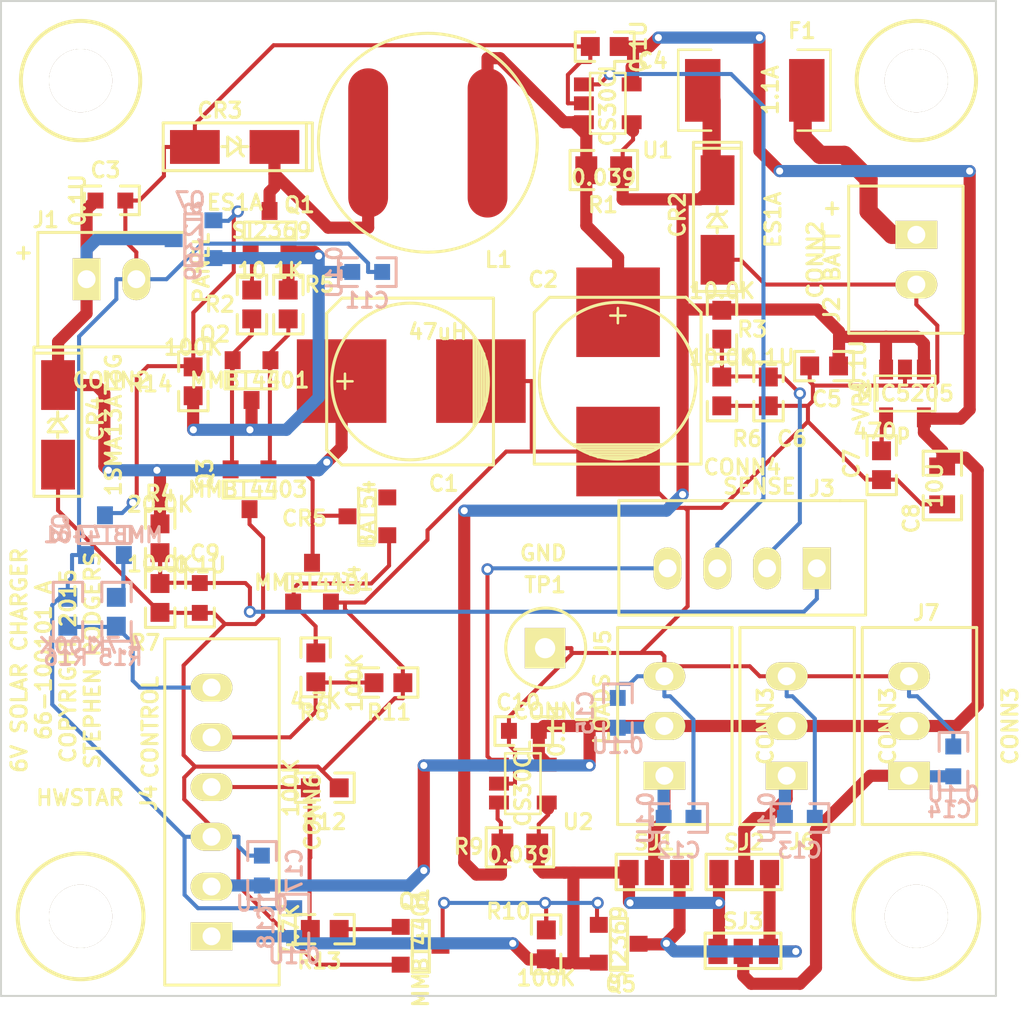
<source format=kicad_pcb>
(kicad_pcb (version 20171130) (host pcbnew "(5.1.12)-1")

  (general
    (thickness 1.6)
    (drawings 18)
    (tracks 609)
    (zones 0)
    (modules 65)
    (nets 30)
  )

  (page A3)
  (layers
    (0 F.Cu signal)
    (31 B.Cu signal)
    (32 B.Adhes user)
    (33 F.Adhes user)
    (34 B.Paste user)
    (35 F.Paste user)
    (36 B.SilkS user)
    (37 F.SilkS user)
    (38 B.Mask user)
    (39 F.Mask user)
    (40 Dwgs.User user)
    (41 Cmts.User user)
    (42 Eco1.User user)
    (43 Eco2.User user)
    (44 Edge.Cuts user)
  )

  (setup
    (last_trace_width 0.2032)
    (trace_clearance 0.2032)
    (zone_clearance 0.508)
    (zone_45_only no)
    (trace_min 0.2032)
    (via_size 0.6096)
    (via_drill 0.3556)
    (via_min_size 0.6096)
    (via_min_drill 0.3556)
    (uvia_size 0.508)
    (uvia_drill 0.127)
    (uvias_allowed no)
    (uvia_min_size 0.508)
    (uvia_min_drill 0.127)
    (edge_width 0.1)
    (segment_width 0.2)
    (pcb_text_width 0.3)
    (pcb_text_size 0.762 0.762)
    (mod_edge_width 0.1524)
    (mod_text_size 0.762 0.762)
    (mod_text_width 0.1524)
    (pad_size 4.5 4.2)
    (pad_drill 0)
    (pad_to_mask_clearance 0)
    (aux_axis_origin 0 0)
    (visible_elements 7FFFFFFF)
    (pcbplotparams
      (layerselection 0x00030_80000001)
      (usegerberextensions true)
      (usegerberattributes true)
      (usegerberadvancedattributes true)
      (creategerberjobfile true)
      (excludeedgelayer true)
      (linewidth 0.152400)
      (plotframeref false)
      (viasonmask false)
      (mode 1)
      (useauxorigin false)
      (hpglpennumber 1)
      (hpglpenspeed 20)
      (hpglpendiameter 15.000000)
      (psnegative false)
      (psa4output false)
      (plotreference true)
      (plotvalue false)
      (plotinvisibletext false)
      (padsonsilk false)
      (subtractmaskfromsilk false)
      (outputformat 1)
      (mirror false)
      (drillshape 0)
      (scaleselection 1)
      (outputdirectory "66-000101"))
  )

  (net 0 "")
  (net 1 +5V)
  (net 2 +BATT)
  (net 3 /CONVOUT)
  (net 4 /ICONV)
  (net 5 /ILOAD)
  (net 6 /LOADEN)
  (net 7 /PV+)
  (net 8 /PVEN)
  (net 9 /PVSW+)
  (net 10 /PWM)
  (net 11 /SWCONV)
  (net 12 /VBATT)
  (net 13 /VPV)
  (net 14 /VRAW)
  (net 15 /VRAW1)
  (net 16 /VRAW2)
  (net 17 /VRAW3)
  (net 18 /VRAWSW)
  (net 19 GND)
  (net 20 "Net-(C7-Pad1)")
  (net 21 "Net-(CR5-Pad3)")
  (net 22 "Net-(CR5-Pad1)")
  (net 23 "Net-(F1-Pad2)")
  (net 24 "Net-(Q1-Pad1)")
  (net 25 "Net-(Q2-Pad2)")
  (net 26 "Net-(Q5-Pad1)")
  (net 27 "Net-(Q6-Pad1)")
  (net 28 "Net-(Q7-Pad1)")
  (net 29 "Net-(Q8-Pad1)")

  (net_class Default "This is the default net class."
    (clearance 0.2032)
    (trace_width 0.2032)
    (via_dia 0.6096)
    (via_drill 0.3556)
    (uvia_dia 0.508)
    (uvia_drill 0.127)
    (add_net /ICONV)
    (add_net /ILOAD)
    (add_net /LOADEN)
    (add_net /PVEN)
    (add_net /PWM)
    (add_net /VBATT)
    (add_net /VPV)
    (add_net GND)
    (add_net "Net-(C7-Pad1)")
    (add_net "Net-(CR5-Pad1)")
    (add_net "Net-(CR5-Pad3)")
    (add_net "Net-(F1-Pad2)")
    (add_net "Net-(Q1-Pad1)")
    (add_net "Net-(Q2-Pad2)")
    (add_net "Net-(Q5-Pad1)")
    (add_net "Net-(Q6-Pad1)")
    (add_net "Net-(Q7-Pad1)")
    (add_net "Net-(Q8-Pad1)")
  )

  (net_class POWER ""
    (clearance 0.2032)
    (trace_width 0.6096)
    (via_dia 0.6096)
    (via_drill 0.3556)
    (uvia_dia 0.508)
    (uvia_drill 0.127)
    (add_net +5V)
    (add_net +BATT)
    (add_net /CONVOUT)
    (add_net /PV+)
    (add_net /PVSW+)
    (add_net /SWCONV)
    (add_net /VRAW)
    (add_net /VRAW1)
    (add_net /VRAW2)
    (add_net /VRAW3)
    (add_net /VRAWSW)
  )

  (net_class POWER2A ""
    (clearance 0.2032)
    (trace_width 0.6096)
    (via_dia 0.6096)
    (via_drill 0.3556)
    (uvia_dia 0.508)
    (uvia_drill 0.127)
  )

  (module SMA-SAR (layer F.Cu) (tedit 554FD89A) (tstamp 553D4BA2)
    (at 187.858 136.296 90)
    (descr "DO-214AC (SMA)  PACKAGE.")
    (tags "DO-214AC SMA")
    (path /553BD794)
    (attr smd)
    (fp_text reference CR4 (at 0.2964 1.8916 90) (layer F.SilkS)
      (effects (font (size 0.762 0.762) (thickness 0.1524)))
    )
    (fp_text value 1SMA13AT3G (at 0 2.79908 90) (layer F.SilkS)
      (effects (font (size 0.762 0.762) (thickness 0.1524)))
    )
    (fp_line (start 0.278 -0.01) (end 0.65 -0.01) (layer F.SilkS) (width 0.1524))
    (fp_line (start 0.278 0.3075) (end 0.43548 0.46498) (layer F.SilkS) (width 0.1524))
    (fp_line (start 0.278 -0.01) (end 0.278 0.3075) (layer F.SilkS) (width 0.1524))
    (fp_line (start 0.278 -0.3275) (end 0.12052 -0.48498) (layer F.SilkS) (width 0.1524))
    (fp_line (start 0.278 -0.01) (end 0.278 -0.3275) (layer F.SilkS) (width 0.1524))
    (fp_line (start -0.357 0.46498) (end 0.278 -0.01) (layer F.SilkS) (width 0.1524))
    (fp_line (start -0.357 -0.01) (end -0.357 0.46498) (layer F.SilkS) (width 0.1524))
    (fp_line (start -0.357 -0.48498) (end -0.357 -0.01) (layer F.SilkS) (width 0.1524))
    (fp_line (start 0.278 -0.01) (end -0.357 -0.48498) (layer F.SilkS) (width 0.1524))
    (fp_line (start -3.6 1.2) (end 3.9 1.2) (layer F.SilkS) (width 0.1524))
    (fp_line (start -3.6 -1.2) (end 3.9 -1.2) (layer F.SilkS) (width 0.1524))
    (fp_line (start -0.4 -0.01) (end -0.65 -0.01) (layer F.SilkS) (width 0.1524))
    (fp_line (start -3.595 -1.2) (end -3.595 1.2) (layer F.SilkS) (width 0.15))
    (fp_line (start 3.6 -1.2) (end 3.6 1.2) (layer F.SilkS) (width 0.15))
    (fp_line (start 3.9 -1.2) (end 3.9 1.2) (layer F.SilkS) (width 0.15))
    (pad 1 smd rect (at -2.005 0.01 90) (size 2.5 1.7) (layers F.Cu F.Paste F.Mask)
      (net 19 GND))
    (pad 2 smd rect (at 1.995 0.01 90) (size 2.5 1.7) (layers F.Cu F.Paste F.Mask)
      (net 7 /PV+))
    (model smd/do214.wrl
      (at (xyz 0 0 0))
      (scale (xyz 0.95 0.95 0.95))
      (rotate (xyz 0 0 0))
    )
  )

  (module SMA-SAR (layer F.Cu) (tedit 554FD93B) (tstamp 553D4B72)
    (at 221 126 90)
    (descr "DO-214AC (SMA)  PACKAGE.")
    (tags "DO-214AC SMA")
    (path /553BE003)
    (attr smd)
    (fp_text reference CR2 (at 0.25 -2 90) (layer F.SilkS)
      (effects (font (size 0.762 0.762) (thickness 0.1524)))
    )
    (fp_text value ES1A (at 0 2.79908 90) (layer F.SilkS)
      (effects (font (size 0.762 0.762) (thickness 0.1524)))
    )
    (fp_line (start 0.278 -0.01) (end 0.65 -0.01) (layer F.SilkS) (width 0.1524))
    (fp_line (start 0.278 0.3075) (end 0.43548 0.46498) (layer F.SilkS) (width 0.1524))
    (fp_line (start 0.278 -0.01) (end 0.278 0.3075) (layer F.SilkS) (width 0.1524))
    (fp_line (start 0.278 -0.3275) (end 0.12052 -0.48498) (layer F.SilkS) (width 0.1524))
    (fp_line (start 0.278 -0.01) (end 0.278 -0.3275) (layer F.SilkS) (width 0.1524))
    (fp_line (start -0.357 0.46498) (end 0.278 -0.01) (layer F.SilkS) (width 0.1524))
    (fp_line (start -0.357 -0.01) (end -0.357 0.46498) (layer F.SilkS) (width 0.1524))
    (fp_line (start -0.357 -0.48498) (end -0.357 -0.01) (layer F.SilkS) (width 0.1524))
    (fp_line (start 0.278 -0.01) (end -0.357 -0.48498) (layer F.SilkS) (width 0.1524))
    (fp_line (start -3.6 1.2) (end 3.9 1.2) (layer F.SilkS) (width 0.1524))
    (fp_line (start -3.6 -1.2) (end 3.9 -1.2) (layer F.SilkS) (width 0.1524))
    (fp_line (start -0.4 -0.01) (end -0.65 -0.01) (layer F.SilkS) (width 0.1524))
    (fp_line (start -3.595 -1.2) (end -3.595 1.2) (layer F.SilkS) (width 0.15))
    (fp_line (start 3.6 -1.2) (end 3.6 1.2) (layer F.SilkS) (width 0.15))
    (fp_line (start 3.9 -1.2) (end 3.9 1.2) (layer F.SilkS) (width 0.15))
    (pad 1 smd rect (at -2.005 0.01 90) (size 2.5 1.7) (layers F.Cu F.Paste F.Mask)
      (net 19 GND))
    (pad 2 smd rect (at 1.995 0.01 90) (size 2.5 1.7) (layers F.Cu F.Paste F.Mask)
      (net 2 +BATT))
    (model smd/do214.wrl
      (at (xyz 0 0 0))
      (scale (xyz 0.95 0.95 0.95))
      (rotate (xyz 0 0 0))
    )
  )

  (module SMA-SAR (layer F.Cu) (tedit 554FD894) (tstamp 553D4B8A)
    (at 196.748 122.326)
    (descr "DO-214AC (SMA)  PACKAGE.")
    (tags "DO-214AC SMA")
    (path /553BDA44)
    (attr smd)
    (fp_text reference CR3 (at -0.7484 -1.8264) (layer F.SilkS)
      (effects (font (size 0.762 0.762) (thickness 0.1524)))
    )
    (fp_text value ES1A (at 0 2.79908) (layer F.SilkS)
      (effects (font (size 0.762 0.762) (thickness 0.1524)))
    )
    (fp_line (start 0.278 -0.01) (end 0.65 -0.01) (layer F.SilkS) (width 0.1524))
    (fp_line (start 0.278 0.3075) (end 0.43548 0.46498) (layer F.SilkS) (width 0.1524))
    (fp_line (start 0.278 -0.01) (end 0.278 0.3075) (layer F.SilkS) (width 0.1524))
    (fp_line (start 0.278 -0.3275) (end 0.12052 -0.48498) (layer F.SilkS) (width 0.1524))
    (fp_line (start 0.278 -0.01) (end 0.278 -0.3275) (layer F.SilkS) (width 0.1524))
    (fp_line (start -0.357 0.46498) (end 0.278 -0.01) (layer F.SilkS) (width 0.1524))
    (fp_line (start -0.357 -0.01) (end -0.357 0.46498) (layer F.SilkS) (width 0.1524))
    (fp_line (start -0.357 -0.48498) (end -0.357 -0.01) (layer F.SilkS) (width 0.1524))
    (fp_line (start 0.278 -0.01) (end -0.357 -0.48498) (layer F.SilkS) (width 0.1524))
    (fp_line (start -3.6 1.2) (end 3.9 1.2) (layer F.SilkS) (width 0.1524))
    (fp_line (start -3.6 -1.2) (end 3.9 -1.2) (layer F.SilkS) (width 0.1524))
    (fp_line (start -0.4 -0.01) (end -0.65 -0.01) (layer F.SilkS) (width 0.1524))
    (fp_line (start -3.595 -1.2) (end -3.595 1.2) (layer F.SilkS) (width 0.15))
    (fp_line (start 3.6 -1.2) (end 3.6 1.2) (layer F.SilkS) (width 0.15))
    (fp_line (start 3.9 -1.2) (end 3.9 1.2) (layer F.SilkS) (width 0.15))
    (pad 1 smd rect (at -2.005 0.01) (size 2.5 1.7) (layers F.Cu F.Paste F.Mask)
      (net 19 GND))
    (pad 2 smd rect (at 1.995 0.01) (size 2.5 1.7) (layers F.Cu F.Paste F.Mask)
      (net 11 /SWCONV))
    (model smd/do214.wrl
      (at (xyz 0 0 0))
      (scale (xyz 0.95 0.95 0.95))
      (rotate (xyz 0 0 0))
    )
  )

  (module RC0805 (layer F.Cu) (tedit 554FD937) (tstamp 553D5116)
    (at 215.29 123.495)
    (path /553BDD87)
    (attr smd)
    (fp_text reference R1 (at -0.0404 1.7552) (layer F.SilkS)
      (effects (font (size 0.762 0.762) (thickness 0.1524)))
    )
    (fp_text value 0.039 (at 0 0.381) (layer F.SilkS)
      (effects (font (size 0.762 0.762) (thickness 0.1524)))
    )
    (fp_line (start 1.7 0.985) (end 0.518 0.985) (layer F.SilkS) (width 0.15))
    (fp_line (start 1.7 -0.985) (end 1.7 0.985) (layer F.SilkS) (width 0.1524))
    (fp_line (start 0.518 -0.985) (end 1.7 -0.985) (layer F.SilkS) (width 0.1524))
    (fp_line (start -1.69 -0.985) (end -0.498 -0.985) (layer F.SilkS) (width 0.1524))
    (fp_line (start -1.69 0.985) (end -1.69 -0.985) (layer F.SilkS) (width 0.1524))
    (fp_line (start -0.498 0.985) (end -1.69 0.985) (layer F.SilkS) (width 0.1524))
    (pad 1 smd rect (at -0.875 0.01) (size 1.1 1.4) (layers F.Cu F.Paste F.Mask)
      (net 3 /CONVOUT))
    (pad 2 smd rect (at 0.875 0.01) (size 1.1 1.4) (layers F.Cu F.Paste F.Mask)
      (net 2 +BATT))
    (model smd/chip_cms.wrl
      (at (xyz 0 0 0))
      (scale (xyz 0.1 0.1 0.1))
      (rotate (xyz 0 0 0))
    )
  )

  (module SOT23-5-SAR (layer F.Cu) (tedit 554FD933) (tstamp 553D49F6)
    (at 215.494 120.142 270)
    (path /553BDD2E)
    (attr smd)
    (fp_text reference U1 (at 2.358 -2.5064) (layer F.SilkS)
      (effects (font (size 0.762 0.762) (thickness 0.1524)))
    )
    (fp_text value CS30CL (at 0 0 270) (layer F.SilkS)
      (effects (font (size 0.762 0.762) (thickness 0.1524)))
    )
    (fp_line (start -1.524 -0.889) (end 1.524 -0.889) (layer F.SilkS) (width 0.127))
    (fp_line (start -1.524 0.889) (end -1.524 -0.889) (layer F.SilkS) (width 0.127))
    (fp_line (start 1.524 0.889) (end -1.524 0.889) (layer F.SilkS) (width 0.127))
    (fp_line (start 1.524 -0.889) (end 1.524 0.889) (layer F.SilkS) (width 0.127))
    (pad 1 smd rect (at -0.95 1.2 270) (size 0.7 1) (layers F.Cu F.Paste F.Mask)
      (net 4 /ICONV))
    (pad 3 smd rect (at 0.95 1.2 270) (size 0.7 1) (layers F.Cu F.Paste F.Mask)
      (net 3 /CONVOUT))
    (pad 5 smd rect (at -0.95 -1.2 270) (size 0.7 1) (layers F.Cu F.Paste F.Mask)
      (net 1 +5V))
    (pad 2 smd rect (at 0 1.2 270) (size 0.7 1) (layers F.Cu F.Paste F.Mask)
      (net 19 GND))
    (pad 4 smd rect (at 0.95 -1.2 270) (size 0.7 1) (layers F.Cu F.Paste F.Mask)
      (net 2 +BATT))
    (model smd/SOT23_5.wrl
      (at (xyz 0 0 0))
      (scale (xyz 0.1 0.1 0.1))
      (rotate (xyz 0 0 0))
    )
  )

  (module SOT23-5-SAR (layer F.Cu) (tedit 554FDA05) (tstamp 553D49E9)
    (at 211.226 154.33 270)
    (path /553D2CC4)
    (attr smd)
    (fp_text reference U2 (at 1.9196 -2.7736) (layer F.SilkS)
      (effects (font (size 0.762 0.762) (thickness 0.1524)))
    )
    (fp_text value CS30CL (at 0 0 270) (layer F.SilkS)
      (effects (font (size 0.762 0.762) (thickness 0.1524)))
    )
    (fp_line (start -1.524 -0.889) (end 1.524 -0.889) (layer F.SilkS) (width 0.127))
    (fp_line (start -1.524 0.889) (end -1.524 -0.889) (layer F.SilkS) (width 0.127))
    (fp_line (start 1.524 0.889) (end -1.524 0.889) (layer F.SilkS) (width 0.127))
    (fp_line (start 1.524 -0.889) (end 1.524 0.889) (layer F.SilkS) (width 0.127))
    (pad 1 smd rect (at -0.95 1.2 270) (size 0.7 1) (layers F.Cu F.Paste F.Mask)
      (net 5 /ILOAD))
    (pad 3 smd rect (at 0.95 1.2 270) (size 0.7 1) (layers F.Cu F.Paste F.Mask)
      (net 2 +BATT))
    (pad 5 smd rect (at -0.95 -1.2 270) (size 0.7 1) (layers F.Cu F.Paste F.Mask)
      (net 1 +5V))
    (pad 2 smd rect (at 0 1.2 270) (size 0.7 1) (layers F.Cu F.Paste F.Mask)
      (net 19 GND))
    (pad 4 smd rect (at 0.95 -1.2 270) (size 0.7 1) (layers F.Cu F.Paste F.Mask)
      (net 14 /VRAW))
    (model smd/SOT23_5.wrl
      (at (xyz 0 0 0))
      (scale (xyz 0.1 0.1 0.1))
      (rotate (xyz 0 0 0))
    )
  )

  (module RC0805 (layer F.Cu) (tedit 554FDA15) (tstamp 553D5123)
    (at 211.074 157.531)
    (path /5564FAAB)
    (attr smd)
    (fp_text reference R9 (at -2.574 -0.0308) (layer F.SilkS)
      (effects (font (size 0.762 0.762) (thickness 0.1524)))
    )
    (fp_text value 0.039 (at 0 0.381) (layer F.SilkS)
      (effects (font (size 0.762 0.762) (thickness 0.1524)))
    )
    (fp_line (start 1.7 0.985) (end 0.518 0.985) (layer F.SilkS) (width 0.15))
    (fp_line (start 1.7 -0.985) (end 1.7 0.985) (layer F.SilkS) (width 0.1524))
    (fp_line (start 0.518 -0.985) (end 1.7 -0.985) (layer F.SilkS) (width 0.1524))
    (fp_line (start -1.69 -0.985) (end -0.498 -0.985) (layer F.SilkS) (width 0.1524))
    (fp_line (start -1.69 0.985) (end -1.69 -0.985) (layer F.SilkS) (width 0.1524))
    (fp_line (start -0.498 0.985) (end -1.69 0.985) (layer F.SilkS) (width 0.1524))
    (pad 1 smd rect (at -0.875 0.01) (size 1.1 1.4) (layers F.Cu F.Paste F.Mask)
      (net 2 +BATT))
    (pad 2 smd rect (at 0.875 0.01) (size 1.1 1.4) (layers F.Cu F.Paste F.Mask)
      (net 14 /VRAW))
    (model smd/chip_cms.wrl
      (at (xyz 0 0 0))
      (scale (xyz 0.1 0.1 0.1))
      (rotate (xyz 0 0 0))
    )
  )

  (module SOT23-5-SAR (layer F.Cu) (tedit 554FBFA7) (tstamp 553D4A03)
    (at 230.429 134.722 180)
    (path /553C2BF7)
    (attr smd)
    (fp_text reference VR1 (at 2.19964 -0.29972 270) (layer F.SilkS)
      (effects (font (size 0.762 0.762) (thickness 0.1524)))
    )
    (fp_text value MIC5205 (at 0 0 180) (layer F.SilkS)
      (effects (font (size 0.762 0.762) (thickness 0.1524)))
    )
    (fp_line (start -1.524 -0.889) (end 1.524 -0.889) (layer F.SilkS) (width 0.127))
    (fp_line (start -1.524 0.889) (end -1.524 -0.889) (layer F.SilkS) (width 0.127))
    (fp_line (start 1.524 0.889) (end -1.524 0.889) (layer F.SilkS) (width 0.127))
    (fp_line (start 1.524 -0.889) (end 1.524 0.889) (layer F.SilkS) (width 0.127))
    (pad 1 smd rect (at -0.95 1.2 180) (size 0.7 1) (layers F.Cu F.Paste F.Mask)
      (net 2 +BATT))
    (pad 3 smd rect (at 0.95 1.2 180) (size 0.7 1) (layers F.Cu F.Paste F.Mask)
      (net 2 +BATT))
    (pad 5 smd rect (at -0.95 -1.2 180) (size 0.7 1) (layers F.Cu F.Paste F.Mask)
      (net 1 +5V))
    (pad 2 smd rect (at 0 1.2 180) (size 0.7 1) (layers F.Cu F.Paste F.Mask)
      (net 19 GND))
    (pad 4 smd rect (at 0.95 -1.2 180) (size 0.7 1) (layers F.Cu F.Paste F.Mask)
      (net 20 "Net-(C7-Pad1)"))
    (model smd/SOT23_5.wrl
      (at (xyz 0 0 0))
      (scale (xyz 0.1 0.1 0.1))
      (rotate (xyz 0 0 0))
    )
  )

  (module RC0603 (layer F.Cu) (tedit 554FD965) (tstamp 553D4C44)
    (at 229.26 138.328 270)
    (path /553C2E2A)
    (attr smd)
    (fp_text reference C7 (at -0.0784 1.5104 270) (layer F.SilkS)
      (effects (font (size 0.762 0.762) (thickness 0.1524)))
    )
    (fp_text value 470p (at -1.69926 0) (layer F.SilkS)
      (effects (font (size 0.762 0.762) (thickness 0.1524)))
    )
    (fp_line (start 1.48 0.7385) (end 0.50538 0.7385) (layer F.SilkS) (width 0.1524))
    (fp_line (start 1.48 -0.7385) (end 1.48 0.7385) (layer F.SilkS) (width 0.1524))
    (fp_line (start 1.48 -0.7385) (end 0.50538 -0.7385) (layer F.SilkS) (width 0.1524))
    (fp_line (start -1.48 0.7385) (end -0.49538 0.7385) (layer F.SilkS) (width 0.1524))
    (fp_line (start -1.48 -0.7385) (end -1.48 0.7385) (layer F.SilkS) (width 0.1524))
    (fp_line (start -0.49538 -0.7385) (end -1.48 -0.7385) (layer F.SilkS) (width 0.1524))
    (pad 1 smd rect (at -0.725 0.01 270) (size 0.95 0.95) (layers F.Cu F.Paste F.Mask)
      (net 20 "Net-(C7-Pad1)"))
    (pad 2 smd rect (at 0.725 0.01 270) (size 0.95 0.95) (layers F.Cu F.Paste F.Mask)
      (net 19 GND))
    (model smd\resistors\R0603.wrl
      (offset (xyz 0 0 0.02539999961853028))
      (scale (xyz 0.5 0.5 0.5))
      (rotate (xyz 0 0 0))
    )
  )

  (module RC0603 (layer F.Cu) (tedit 554FD95A) (tstamp 553D4C38)
    (at 226.365 133.35 180)
    (path /553C0EE9)
    (attr smd)
    (fp_text reference C5 (at -0.1352 -1.65 180) (layer F.SilkS)
      (effects (font (size 0.762 0.762) (thickness 0.1524)))
    )
    (fp_text value 0.1U (at -1.69926 0 270) (layer F.SilkS)
      (effects (font (size 0.762 0.762) (thickness 0.1524)))
    )
    (fp_line (start 1.48 0.7385) (end 0.50538 0.7385) (layer F.SilkS) (width 0.1524))
    (fp_line (start 1.48 -0.7385) (end 1.48 0.7385) (layer F.SilkS) (width 0.1524))
    (fp_line (start 1.48 -0.7385) (end 0.50538 -0.7385) (layer F.SilkS) (width 0.1524))
    (fp_line (start -1.48 0.7385) (end -0.49538 0.7385) (layer F.SilkS) (width 0.1524))
    (fp_line (start -1.48 -0.7385) (end -1.48 0.7385) (layer F.SilkS) (width 0.1524))
    (fp_line (start -0.49538 -0.7385) (end -1.48 -0.7385) (layer F.SilkS) (width 0.1524))
    (pad 1 smd rect (at -0.725 0.01 180) (size 0.95 0.95) (layers F.Cu F.Paste F.Mask)
      (net 2 +BATT))
    (pad 2 smd rect (at 0.725 0.01 180) (size 0.95 0.95) (layers F.Cu F.Paste F.Mask)
      (net 19 GND))
    (model smd\resistors\R0603.wrl
      (offset (xyz 0 0 0.02539999961853028))
      (scale (xyz 0.5 0.5 0.5))
      (rotate (xyz 0 0 0))
    )
  )

  (module BOURNS-SDE0805A (layer F.Cu) (tedit 554FD882) (tstamp 553D7FE0)
    (at 206.451 122.123)
    (path /553BDBB8)
    (fp_text reference L1 (at 3.5488 5.8768) (layer F.SilkS)
      (effects (font (size 0.762 0.762) (thickness 0.1524)))
    )
    (fp_text value 47uH (at 0.5 9.5) (layer F.SilkS)
      (effects (font (size 0.762 0.762) (thickness 0.1524)))
    )
    (fp_circle (center 0 0) (end 5.5 0) (layer F.SilkS) (width 0.1524))
    (pad 1 smd oval (at -3 0.01) (size 2 7.5) (layers F.Cu F.Paste F.Mask)
      (net 11 /SWCONV))
    (pad 2 smd oval (at 3 0.01) (size 2 7.5) (layers F.Cu F.Paste F.Mask)
      (net 3 /CONVOUT))
  )

  (module MINISMD1812 (layer F.Cu) (tedit 554FD91E) (tstamp 553D4A64)
    (at 222.91 119.482)
    (tags "CMS SM")
    (path /553BDF2B)
    (attr smd)
    (fp_text reference F1 (at 2.3396 -2.9816) (layer F.SilkS)
      (effects (font (size 0.762 0.762) (thickness 0.1524)))
    )
    (fp_text value 1.1A (at 0.762 0 90) (layer F.SilkS)
      (effects (font (size 0.762 0.762) (thickness 0.1524)))
    )
    (fp_line (start -3.875 2.032) (end -2.224 2.032) (layer F.SilkS) (width 0.127))
    (fp_line (start -3.875 -2.032) (end -3.875 2.032) (layer F.SilkS) (width 0.127))
    (fp_line (start -2.224 -2.032) (end -3.875 -2.032) (layer F.SilkS) (width 0.127))
    (fp_line (start 3.775 -2.032) (end 2.124 -2.032) (layer F.SilkS) (width 0.127))
    (fp_line (start 3.775 2.032) (end 3.775 -2.032) (layer F.SilkS) (width 0.127))
    (fp_line (start 2.124 2.032) (end 3.775 2.032) (layer F.SilkS) (width 0.127))
    (pad 1 smd rect (at -2.645 0.01) (size 1.78 3.15) (layers F.Cu F.Paste F.Mask)
      (net 2 +BATT))
    (pad 2 smd rect (at 2.585 0.01) (size 1.78 3.15) (layers F.Cu F.Paste F.Mask)
      (net 23 "Net-(F1-Pad2)"))
    (model smd/chip_cms.wrl
      (at (xyz 0 0 0))
      (scale (xyz 0.21 0.3 0.2))
      (rotate (xyz 0 0 0))
    )
  )

  (module RC0603 (layer F.Cu) (tedit 554FDA82) (tstamp 553D4C08)
    (at 215.341 117.297 180)
    (path /553BDE45)
    (attr smd)
    (fp_text reference C4 (at -2.4088 -0.7028 180) (layer F.SilkS)
      (effects (font (size 0.762 0.762) (thickness 0.1524)))
    )
    (fp_text value 0.1U (at -1.69926 0 270) (layer F.SilkS)
      (effects (font (size 0.762 0.762) (thickness 0.1524)))
    )
    (fp_line (start 1.48 0.7385) (end 0.50538 0.7385) (layer F.SilkS) (width 0.1524))
    (fp_line (start 1.48 -0.7385) (end 1.48 0.7385) (layer F.SilkS) (width 0.1524))
    (fp_line (start 1.48 -0.7385) (end 0.50538 -0.7385) (layer F.SilkS) (width 0.1524))
    (fp_line (start -1.48 0.7385) (end -0.49538 0.7385) (layer F.SilkS) (width 0.1524))
    (fp_line (start -1.48 -0.7385) (end -1.48 0.7385) (layer F.SilkS) (width 0.1524))
    (fp_line (start -0.49538 -0.7385) (end -1.48 -0.7385) (layer F.SilkS) (width 0.1524))
    (pad 1 smd rect (at -0.725 0.01 180) (size 0.95 0.95) (layers F.Cu F.Paste F.Mask)
      (net 1 +5V))
    (pad 2 smd rect (at 0.725 0.01 180) (size 0.95 0.95) (layers F.Cu F.Paste F.Mask)
      (net 19 GND))
    (model smd\resistors\R0603.wrl
      (offset (xyz 0 0 0.02539999961853028))
      (scale (xyz 0.5 0.5 0.5))
      (rotate (xyz 0 0 0))
    )
  )

  (module CC0603 (layer F.Cu) (tedit 554FD8AD) (tstamp 553D4C14)
    (at 190.5 125.019)
    (path /553BD7AA)
    (attr smd)
    (fp_text reference C3 (at -0.25 -1.5188) (layer F.SilkS)
      (effects (font (size 0.762 0.762) (thickness 0.1524)))
    )
    (fp_text value 0.1U (at -1.651 0 90) (layer F.SilkS)
      (effects (font (size 0.762 0.762) (thickness 0.1524)))
    )
    (fp_line (start -1.445 0.72024) (end -1.445 -0.72024) (layer F.SilkS) (width 0.1524))
    (fp_line (start 1.455 -0.72024) (end 1.455 0.72024) (layer F.SilkS) (width 0.1524))
    (fp_line (start -1.445 -0.72024) (end -0.49538 -0.72024) (layer F.SilkS) (width 0.1524))
    (fp_line (start 0.50538 -0.72024) (end 1.455 -0.72024) (layer F.SilkS) (width 0.1524))
    (fp_line (start -0.49538 0.72024) (end -1.445 0.72024) (layer F.SilkS) (width 0.1524))
    (fp_line (start 0.50538 0.72024) (end 1.455 0.72024) (layer F.SilkS) (width 0.1524))
    (pad 1 smd rect (at -0.75 0.01) (size 0.8 0.8) (layers F.Cu F.Paste F.Mask)
      (net 7 /PV+))
    (pad 2 smd rect (at 0.75 0.01) (size 0.8 0.8) (layers F.Cu F.Paste F.Mask)
      (net 19 GND))
    (model smd\capacitors\C0603.wrl
      (offset (xyz 0 0 0.02539999961853028))
      (scale (xyz 0.5 0.5 0.5))
      (rotate (xyz 0 0 0))
    )
  )

  (module JST_B2B_XH_A (layer F.Cu) (tedit 554FD8A2) (tstamp 553D4B39)
    (at 190.551 128.981)
    (path /553BD5EF)
    (fp_text reference J1 (at -3.3008 -2.9812) (layer F.SilkS)
      (effects (font (size 0.762 0.762) (thickness 0.1524)))
    )
    (fp_text value CONN2 (at 0 5.08) (layer F.SilkS)
      (effects (font (size 0.762 0.762) (thickness 0.1524)))
    )
    (fp_line (start -3.7 3.4) (end -3.7 -2.35) (layer F.SilkS) (width 0.15))
    (fp_line (start 3.7 3.4) (end -3.7 3.4) (layer F.SilkS) (width 0.15))
    (fp_line (start 3.7 -2.35) (end 3.7 3.4) (layer F.SilkS) (width 0.15))
    (fp_line (start -3.7 -2.35) (end 3.7 -2.35) (layer F.SilkS) (width 0.15))
    (pad 1 thru_hole rect (at -1.25 0) (size 1.4 2.1) (drill 0.9) (layers *.Cu *.Mask F.SilkS)
      (net 7 /PV+))
    (pad 2 thru_hole oval (at 1.25 0) (size 1.4 2.1) (drill 0.9) (layers *.Cu *.Mask F.SilkS)
      (net 19 GND))
  )

  (module SOT23-3-SAR (layer B.Cu) (tedit 554FDACE) (tstamp 554E7A66)
    (at 194.666 127 270)
    (tags SOT23)
    (path /554E752C)
    (fp_text reference Q7 (at -2 0.1656 180) (layer B.SilkS)
      (effects (font (size 0.762 0.762) (thickness 0.1524)) (justify mirror))
    )
    (fp_text value SI2369 (at 0.0635 0 270) (layer B.SilkS)
      (effects (font (size 0.762 0.762) (thickness 0.1524)) (justify mirror))
    )
    (fp_line (start -1.3035 0.43) (end 1.3 0.43) (layer B.SilkS) (width 0.1524))
    (fp_line (start 1.3 -0.43) (end -1.3035 -0.43) (layer B.SilkS) (width 0.1524))
    (fp_line (start -1.3035 0.43) (end -1.3035 -0.43) (layer B.SilkS) (width 0.1524))
    (fp_line (start 1.3 0.43) (end 1.3 -0.43) (layer B.SilkS) (width 0.1524))
    (pad 3 smd rect (at -0.03 0.99 270) (size 0.8 0.9) (layers B.Cu B.Paste B.Mask)
      (net 7 /PV+))
    (pad 2 smd rect (at 0.92 -1.01 270) (size 0.8 0.9) (layers B.Cu B.Paste B.Mask)
      (net 9 /PVSW+))
    (pad 1 smd rect (at -0.98 -1.01 270) (size 0.8 0.9) (layers B.Cu B.Paste B.Mask)
      (net 28 "Net-(Q7-Pad1)"))
    (model smd\SOT23_3.wrl
      (at (xyz 0 0 0))
      (scale (xyz 0.4 0.4 0.4))
      (rotate (xyz 0 0 180))
    )
  )

  (module SOT23-3-SAR (layer F.Cu) (tedit 554FD8C4) (tstamp 553D4A1B)
    (at 198.526 126.543)
    (tags SOT23)
    (path /5564F9CC)
    (fp_text reference Q1 (at 1.4736 -1.2928) (layer F.SilkS)
      (effects (font (size 0.762 0.762) (thickness 0.1524)))
    )
    (fp_text value SI2369 (at 0.0635 0) (layer F.SilkS)
      (effects (font (size 0.762 0.762) (thickness 0.1524)))
    )
    (fp_line (start -1.3035 -0.43) (end 1.3 -0.43) (layer F.SilkS) (width 0.1524))
    (fp_line (start 1.3 0.43) (end -1.3035 0.43) (layer F.SilkS) (width 0.1524))
    (fp_line (start -1.3035 -0.43) (end -1.3035 0.43) (layer F.SilkS) (width 0.1524))
    (fp_line (start 1.3 -0.43) (end 1.3 0.43) (layer F.SilkS) (width 0.1524))
    (pad 3 smd rect (at -0.03 -0.99) (size 0.8 0.9) (layers F.Cu F.Paste F.Mask)
      (net 11 /SWCONV))
    (pad 2 smd rect (at 0.92 1.01) (size 0.8 0.9) (layers F.Cu F.Paste F.Mask)
      (net 9 /PVSW+))
    (pad 1 smd rect (at -0.98 1.01) (size 0.8 0.9) (layers F.Cu F.Paste F.Mask)
      (net 24 "Net-(Q1-Pad1)"))
    (model smd\SOT23_3.wrl
      (at (xyz 0 0 0))
      (scale (xyz 0.4 0.4 0.4))
      (rotate (xyz 0 0 180))
    )
  )

  (module SOT23-3-SAR (layer F.Cu) (tedit 554FD8E5) (tstamp 553D4A4B)
    (at 197.561 134.061 180)
    (tags SOT23)
    (path /553BE16D)
    (fp_text reference Q2 (at 1.8112 2.3112 180) (layer F.SilkS)
      (effects (font (size 0.762 0.762) (thickness 0.1524)))
    )
    (fp_text value MMBT4401 (at 0.0635 0 180) (layer F.SilkS)
      (effects (font (size 0.762 0.762) (thickness 0.1524)))
    )
    (fp_line (start -1.3035 -0.43) (end 1.3 -0.43) (layer F.SilkS) (width 0.1524))
    (fp_line (start 1.3 0.43) (end -1.3035 0.43) (layer F.SilkS) (width 0.1524))
    (fp_line (start -1.3035 -0.43) (end -1.3035 0.43) (layer F.SilkS) (width 0.1524))
    (fp_line (start 1.3 -0.43) (end 1.3 0.43) (layer F.SilkS) (width 0.1524))
    (pad 3 smd rect (at -0.03 -0.99 180) (size 0.8 0.9) (layers F.Cu F.Paste F.Mask)
      (net 9 /PVSW+))
    (pad 2 smd rect (at 0.92 1.01 180) (size 0.8 0.9) (layers F.Cu F.Paste F.Mask)
      (net 25 "Net-(Q2-Pad2)"))
    (pad 1 smd rect (at -0.98 1.01 180) (size 0.8 0.9) (layers F.Cu F.Paste F.Mask)
      (net 21 "Net-(CR5-Pad3)"))
    (model smd\SOT23_3.wrl
      (at (xyz 0 0 0))
      (scale (xyz 0.4 0.4 0.4))
      (rotate (xyz 0 0 180))
    )
  )

  (module SOT23-3-SAR (layer F.Cu) (tedit 554FD8EF) (tstamp 553D4A57)
    (at 197.46 139.548 180)
    (tags SOT23)
    (path /553BE15E)
    (fp_text reference Q3 (at 2.2096 0.7976 270) (layer F.SilkS)
      (effects (font (size 0.762 0.762) (thickness 0.1524)))
    )
    (fp_text value MMBT4403 (at 0.0635 0 180) (layer F.SilkS)
      (effects (font (size 0.762 0.762) (thickness 0.1524)))
    )
    (fp_line (start -1.3035 -0.43) (end 1.3 -0.43) (layer F.SilkS) (width 0.1524))
    (fp_line (start 1.3 0.43) (end -1.3035 0.43) (layer F.SilkS) (width 0.1524))
    (fp_line (start -1.3035 -0.43) (end -1.3035 0.43) (layer F.SilkS) (width 0.1524))
    (fp_line (start 1.3 -0.43) (end 1.3 0.43) (layer F.SilkS) (width 0.1524))
    (pad 3 smd rect (at -0.03 -0.99 180) (size 0.8 0.9) (layers F.Cu F.Paste F.Mask)
      (net 19 GND))
    (pad 2 smd rect (at 0.92 1.01 180) (size 0.8 0.9) (layers F.Cu F.Paste F.Mask)
      (net 25 "Net-(Q2-Pad2)"))
    (pad 1 smd rect (at -0.98 1.01 180) (size 0.8 0.9) (layers F.Cu F.Paste F.Mask)
      (net 21 "Net-(CR5-Pad3)"))
    (model smd\SOT23_3.wrl
      (at (xyz 0 0 0))
      (scale (xyz 0.4 0.4 0.4))
      (rotate (xyz 0 0 180))
    )
  )

  (module SOT23-3-SAR (layer F.Cu) (tedit 554FD8FB) (tstamp 553D4A33)
    (at 203.403 140.868 90)
    (tags SOT23)
    (path /553C0959)
    (fp_text reference CR5 (at -0.1316 -3.1532 180) (layer F.SilkS)
      (effects (font (size 0.762 0.762) (thickness 0.1524)))
    )
    (fp_text value BAT54 (at 0.0635 0 90) (layer F.SilkS)
      (effects (font (size 0.762 0.762) (thickness 0.1524)))
    )
    (fp_line (start -1.3035 -0.43) (end 1.3 -0.43) (layer F.SilkS) (width 0.1524))
    (fp_line (start 1.3 0.43) (end -1.3035 0.43) (layer F.SilkS) (width 0.1524))
    (fp_line (start -1.3035 -0.43) (end -1.3035 0.43) (layer F.SilkS) (width 0.1524))
    (fp_line (start 1.3 -0.43) (end 1.3 0.43) (layer F.SilkS) (width 0.1524))
    (pad 3 smd rect (at -0.03 -0.99 90) (size 0.8 0.9) (layers F.Cu F.Paste F.Mask)
      (net 21 "Net-(CR5-Pad3)"))
    (pad 2 smd rect (at 0.92 1.01 90) (size 0.8 0.9) (layers F.Cu F.Paste F.Mask))
    (pad 1 smd rect (at -0.98 1.01 90) (size 0.8 0.9) (layers F.Cu F.Paste F.Mask)
      (net 22 "Net-(CR5-Pad1)"))
    (model smd\SOT23_3.wrl
      (at (xyz 0 0 0))
      (scale (xyz 0.4 0.4 0.4))
      (rotate (xyz 0 0 180))
    )
  )

  (module SOT23-3-SAR (layer F.Cu) (tedit 554FCA30) (tstamp 553D4A3F)
    (at 200.66 144.221)
    (tags SOT23)
    (path /553BE6CA)
    (fp_text reference Q4 (at 1.99898 -0.09906 90) (layer F.SilkS)
      (effects (font (size 0.762 0.762) (thickness 0.1524)))
    )
    (fp_text value MMBT4401 (at 0.0635 0) (layer F.SilkS)
      (effects (font (size 0.762 0.762) (thickness 0.1524)))
    )
    (fp_line (start -1.3035 -0.43) (end 1.3 -0.43) (layer F.SilkS) (width 0.1524))
    (fp_line (start 1.3 0.43) (end -1.3035 0.43) (layer F.SilkS) (width 0.1524))
    (fp_line (start -1.3035 -0.43) (end -1.3035 0.43) (layer F.SilkS) (width 0.1524))
    (fp_line (start 1.3 -0.43) (end 1.3 0.43) (layer F.SilkS) (width 0.1524))
    (pad 3 smd rect (at -0.03 -0.99) (size 0.8 0.9) (layers F.Cu F.Paste F.Mask)
      (net 21 "Net-(CR5-Pad3)"))
    (pad 2 smd rect (at 0.92 1.01) (size 0.8 0.9) (layers F.Cu F.Paste F.Mask)
      (net 19 GND))
    (pad 1 smd rect (at -0.98 1.01) (size 0.8 0.9) (layers F.Cu F.Paste F.Mask)
      (net 22 "Net-(CR5-Pad1)"))
    (model smd\SOT23_3.wrl
      (at (xyz 0 0 0))
      (scale (xyz 0.4 0.4 0.4))
      (rotate (xyz 0 0 180))
    )
  )

  (module SOT23-3-SAR (layer B.Cu) (tedit 554FDAD9) (tstamp 554E7A72)
    (at 190.195 141.834 180)
    (tags SOT23)
    (path /554E85A5)
    (fp_text reference Q8 (at 2.1952 0.3336 90) (layer B.SilkS)
      (effects (font (size 0.762 0.762) (thickness 0.1524)) (justify mirror))
    )
    (fp_text value MMBT4401 (at 0.0635 0 180) (layer B.SilkS)
      (effects (font (size 0.762 0.762) (thickness 0.1524)) (justify mirror))
    )
    (fp_line (start -1.3035 0.43) (end 1.3 0.43) (layer B.SilkS) (width 0.1524))
    (fp_line (start 1.3 -0.43) (end -1.3035 -0.43) (layer B.SilkS) (width 0.1524))
    (fp_line (start -1.3035 0.43) (end -1.3035 -0.43) (layer B.SilkS) (width 0.1524))
    (fp_line (start 1.3 0.43) (end 1.3 -0.43) (layer B.SilkS) (width 0.1524))
    (pad 3 smd rect (at -0.03 0.99 180) (size 0.8 0.9) (layers B.Cu B.Paste B.Mask)
      (net 28 "Net-(Q7-Pad1)"))
    (pad 2 smd rect (at 0.92 -1.01 180) (size 0.8 0.9) (layers B.Cu B.Paste B.Mask)
      (net 19 GND))
    (pad 1 smd rect (at -0.98 -1.01 180) (size 0.8 0.9) (layers B.Cu B.Paste B.Mask)
      (net 29 "Net-(Q8-Pad1)"))
    (model smd\SOT23_3.wrl
      (at (xyz 0 0 0))
      (scale (xyz 0.4 0.4 0.4))
      (rotate (xyz 0 0 180))
    )
  )

  (module SOT23-3-SAR (layer F.Cu) (tedit 554FCA30) (tstamp 553D4A27)
    (at 216.052 162.408 270)
    (tags SOT23)
    (path /5564F9FD)
    (fp_text reference Q5 (at 1.99898 -0.09906) (layer F.SilkS)
      (effects (font (size 0.762 0.762) (thickness 0.1524)))
    )
    (fp_text value SI2369 (at 0.0635 0 270) (layer F.SilkS)
      (effects (font (size 0.762 0.762) (thickness 0.1524)))
    )
    (fp_line (start -1.3035 -0.43) (end 1.3 -0.43) (layer F.SilkS) (width 0.1524))
    (fp_line (start 1.3 0.43) (end -1.3035 0.43) (layer F.SilkS) (width 0.1524))
    (fp_line (start -1.3035 -0.43) (end -1.3035 0.43) (layer F.SilkS) (width 0.1524))
    (fp_line (start 1.3 -0.43) (end 1.3 0.43) (layer F.SilkS) (width 0.1524))
    (pad 3 smd rect (at -0.03 -0.99 270) (size 0.8 0.9) (layers F.Cu F.Paste F.Mask)
      (net 18 /VRAWSW))
    (pad 2 smd rect (at 0.92 1.01 270) (size 0.8 0.9) (layers F.Cu F.Paste F.Mask)
      (net 14 /VRAW))
    (pad 1 smd rect (at -0.98 1.01 270) (size 0.8 0.9) (layers F.Cu F.Paste F.Mask)
      (net 26 "Net-(Q5-Pad1)"))
    (model smd\SOT23_3.wrl
      (at (xyz 0 0 0))
      (scale (xyz 0.4 0.4 0.4))
      (rotate (xyz 0 0 180))
    )
  )

  (module SJ3 (layer F.Cu) (tedit 554FCC4F) (tstamp 553D4B44)
    (at 217.83 158.801 90)
    (descr "Pontet Goute de soudure")
    (path /553D1E17)
    (attr virtual)
    (fp_text reference SJ1 (at 1.524 0 180) (layer F.SilkS)
      (effects (font (size 0.762 0.762) (thickness 0.1524)))
    )
    (fp_text value GS3 (at 1.524 0 180) (layer F.SilkS) hide
      (effects (font (size 0.762 0.762) (thickness 0.1524)))
    )
    (fp_line (start -0.859 -1.915) (end 0.919 -1.915) (layer F.SilkS) (width 0.1524))
    (fp_line (start 0.919 1.895) (end 0.919 -1.915) (layer F.SilkS) (width 0.1524))
    (fp_line (start -0.859 1.895) (end 0.919 1.895) (layer F.SilkS) (width 0.1524))
    (fp_line (start -0.859 -1.915) (end -0.859 1.895) (layer F.SilkS) (width 0.1524))
    (pad 1 smd rect (at 0 -1.27 90) (size 1.27 0.9652) (layers F.Cu F.Paste F.Mask)
      (net 14 /VRAW))
    (pad 2 smd rect (at 0 0 90) (size 1.27 0.9652) (layers F.Cu F.Paste F.Mask)
      (net 15 /VRAW1))
    (pad 3 smd rect (at 0 1.27 90) (size 1.27 0.9652) (layers F.Cu F.Paste F.Mask)
      (net 18 /VRAWSW))
  )

  (module SJ3 (layer F.Cu) (tedit 554FCC4F) (tstamp 553D4B4F)
    (at 222.352 158.801 90)
    (descr "Pontet Goute de soudure")
    (path /553D1E24)
    (attr virtual)
    (fp_text reference SJ2 (at 1.524 0 180) (layer F.SilkS)
      (effects (font (size 0.762 0.762) (thickness 0.1524)))
    )
    (fp_text value GS3 (at 1.524 0 180) (layer F.SilkS) hide
      (effects (font (size 0.762 0.762) (thickness 0.1524)))
    )
    (fp_line (start -0.859 -1.915) (end 0.919 -1.915) (layer F.SilkS) (width 0.1524))
    (fp_line (start 0.919 1.895) (end 0.919 -1.915) (layer F.SilkS) (width 0.1524))
    (fp_line (start -0.859 1.895) (end 0.919 1.895) (layer F.SilkS) (width 0.1524))
    (fp_line (start -0.859 -1.915) (end -0.859 1.895) (layer F.SilkS) (width 0.1524))
    (pad 1 smd rect (at 0 -1.27 90) (size 1.27 0.9652) (layers F.Cu F.Paste F.Mask)
      (net 14 /VRAW))
    (pad 2 smd rect (at 0 0 90) (size 1.27 0.9652) (layers F.Cu F.Paste F.Mask)
      (net 16 /VRAW2))
    (pad 3 smd rect (at 0 1.27 90) (size 1.27 0.9652) (layers F.Cu F.Paste F.Mask)
      (net 18 /VRAWSW))
  )

  (module SJ3 (layer F.Cu) (tedit 554FCC4F) (tstamp 553D4B5A)
    (at 222.301 162.763 90)
    (descr "Pontet Goute de soudure")
    (path /553D1E2A)
    (attr virtual)
    (fp_text reference SJ3 (at 1.524 0 180) (layer F.SilkS)
      (effects (font (size 0.762 0.762) (thickness 0.1524)))
    )
    (fp_text value GS3 (at 1.524 0 180) (layer F.SilkS) hide
      (effects (font (size 0.762 0.762) (thickness 0.1524)))
    )
    (fp_line (start -0.859 -1.915) (end 0.919 -1.915) (layer F.SilkS) (width 0.1524))
    (fp_line (start 0.919 1.895) (end 0.919 -1.915) (layer F.SilkS) (width 0.1524))
    (fp_line (start -0.859 1.895) (end 0.919 1.895) (layer F.SilkS) (width 0.1524))
    (fp_line (start -0.859 -1.915) (end -0.859 1.895) (layer F.SilkS) (width 0.1524))
    (pad 1 smd rect (at 0 -1.27 90) (size 1.27 0.9652) (layers F.Cu F.Paste F.Mask)
      (net 14 /VRAW))
    (pad 2 smd rect (at 0 0 90) (size 1.27 0.9652) (layers F.Cu F.Paste F.Mask)
      (net 17 /VRAW3))
    (pad 3 smd rect (at 0 1.27 90) (size 1.27 0.9652) (layers F.Cu F.Paste F.Mask)
      (net 18 /VRAWSW))
  )

  (module SOT23-3-SAR (layer F.Cu) (tedit 554FD9CE) (tstamp 553D4A0F)
    (at 206.096 162.509 270)
    (tags SOT23)
    (path /553D2457)
    (fp_text reference Q6 (at -2.2592 0.3456) (layer F.SilkS)
      (effects (font (size 0.762 0.762) (thickness 0.1524)))
    )
    (fp_text value MMBT4401 (at 0.0635 0 270) (layer F.SilkS)
      (effects (font (size 0.762 0.762) (thickness 0.1524)))
    )
    (fp_line (start -1.3035 -0.43) (end 1.3 -0.43) (layer F.SilkS) (width 0.1524))
    (fp_line (start 1.3 0.43) (end -1.3035 0.43) (layer F.SilkS) (width 0.1524))
    (fp_line (start -1.3035 -0.43) (end -1.3035 0.43) (layer F.SilkS) (width 0.1524))
    (fp_line (start 1.3 -0.43) (end 1.3 0.43) (layer F.SilkS) (width 0.1524))
    (pad 3 smd rect (at -0.03 -0.99 270) (size 0.8 0.9) (layers F.Cu F.Paste F.Mask)
      (net 26 "Net-(Q5-Pad1)"))
    (pad 2 smd rect (at 0.92 1.01 270) (size 0.8 0.9) (layers F.Cu F.Paste F.Mask)
      (net 19 GND))
    (pad 1 smd rect (at -0.98 1.01 270) (size 0.8 0.9) (layers F.Cu F.Paste F.Mask)
      (net 27 "Net-(Q6-Pad1)"))
    (model smd\SOT23_3.wrl
      (at (xyz 0 0 0))
      (scale (xyz 0.4 0.4 0.4))
      (rotate (xyz 0 0 180))
    )
  )

  (module JST_B3B_XH_A (layer F.Cu) (tedit 554FD9C0) (tstamp 553D4B25)
    (at 218.338 151.435 90)
    (path /553D1502)
    (fp_text reference J5 (at 4.1848 -3.0884 90) (layer F.SilkS)
      (effects (font (size 0.762 0.762) (thickness 0.1524)))
    )
    (fp_text value CONN3 (at 0 5.08 90) (layer F.SilkS)
      (effects (font (size 0.762 0.762) (thickness 0.1524)))
    )
    (fp_line (start -4.95 3.4) (end -4.95 -2.35) (layer F.SilkS) (width 0.15))
    (fp_line (start 4.95 3.4) (end -4.95 3.4) (layer F.SilkS) (width 0.15))
    (fp_line (start 4.95 -2.35) (end 4.95 3.4) (layer F.SilkS) (width 0.15))
    (fp_line (start -4.95 -2.35) (end 4.95 -2.35) (layer F.SilkS) (width 0.15))
    (pad 1 thru_hole rect (at -2.5 0 90) (size 1.4 2.1) (drill 0.9) (layers *.Cu *.Mask F.SilkS)
      (net 15 /VRAW1))
    (pad 3 thru_hole oval (at 2.5 0 90) (size 1.4 2.1) (drill 0.9) (layers *.Cu *.Mask F.SilkS)
      (net 19 GND))
    (pad 2 thru_hole oval (at 0 0 90) (size 1.4 2.1) (drill 0.9) (layers *.Cu *.Mask F.SilkS)
      (net 1 +5V))
  )

  (module JST_B3B_XH_A (layer F.Cu) (tedit 554FD9B9) (tstamp 553D4B1A)
    (at 224.485 151.435 90)
    (path /553D1511)
    (fp_text reference J6 (at -5.8152 0.7648 180) (layer F.SilkS)
      (effects (font (size 0.762 0.762) (thickness 0.1524)))
    )
    (fp_text value CONN3 (at 0 5.08 90) (layer F.SilkS)
      (effects (font (size 0.762 0.762) (thickness 0.1524)))
    )
    (fp_line (start -4.95 3.4) (end -4.95 -2.35) (layer F.SilkS) (width 0.15))
    (fp_line (start 4.95 3.4) (end -4.95 3.4) (layer F.SilkS) (width 0.15))
    (fp_line (start 4.95 -2.35) (end 4.95 3.4) (layer F.SilkS) (width 0.15))
    (fp_line (start -4.95 -2.35) (end 4.95 -2.35) (layer F.SilkS) (width 0.15))
    (pad 1 thru_hole rect (at -2.5 0 90) (size 1.4 2.1) (drill 0.9) (layers *.Cu *.Mask F.SilkS)
      (net 16 /VRAW2))
    (pad 3 thru_hole oval (at 2.5 0 90) (size 1.4 2.1) (drill 0.9) (layers *.Cu *.Mask F.SilkS)
      (net 19 GND))
    (pad 2 thru_hole oval (at 0 0 90) (size 1.4 2.1) (drill 0.9) (layers *.Cu *.Mask F.SilkS)
      (net 1 +5V))
  )

  (module JST_B3B_XH_A (layer F.Cu) (tedit 554FD9A4) (tstamp 553D4B0F)
    (at 230.632 151.435 90)
    (path /553D1520)
    (fp_text reference J7 (at 5.6848 0.868 180) (layer F.SilkS)
      (effects (font (size 0.762 0.762) (thickness 0.1524)))
    )
    (fp_text value CONN3 (at 0 5.08 90) (layer F.SilkS)
      (effects (font (size 0.762 0.762) (thickness 0.1524)))
    )
    (fp_line (start -4.95 3.4) (end -4.95 -2.35) (layer F.SilkS) (width 0.15))
    (fp_line (start 4.95 3.4) (end -4.95 3.4) (layer F.SilkS) (width 0.15))
    (fp_line (start 4.95 -2.35) (end 4.95 3.4) (layer F.SilkS) (width 0.15))
    (fp_line (start -4.95 -2.35) (end 4.95 -2.35) (layer F.SilkS) (width 0.15))
    (pad 1 thru_hole rect (at -2.5 0 90) (size 1.4 2.1) (drill 0.9) (layers *.Cu *.Mask F.SilkS)
      (net 17 /VRAW3))
    (pad 3 thru_hole oval (at 2.5 0 90) (size 1.4 2.1) (drill 0.9) (layers *.Cu *.Mask F.SilkS)
      (net 19 GND))
    (pad 2 thru_hole oval (at 0 0 90) (size 1.4 2.1) (drill 0.9) (layers *.Cu *.Mask F.SilkS)
      (net 1 +5V))
  )

  (module JST_B4B_XH_A (layer F.Cu) (tedit 554FD981) (tstamp 553D4B04)
    (at 222.25 143.51 180)
    (path /553D0B0A)
    (fp_text reference J3 (at -4 4.01 180) (layer F.SilkS)
      (effects (font (size 0.762 0.762) (thickness 0.1524)))
    )
    (fp_text value CONN4 (at 0 5.08 180) (layer F.SilkS)
      (effects (font (size 0.762 0.762) (thickness 0.1524)))
    )
    (fp_line (start -6.2 3.4) (end -6.2 -2.35) (layer F.SilkS) (width 0.15))
    (fp_line (start -4.9 3.4) (end -4.95 3.4) (layer F.SilkS) (width 0.15))
    (fp_line (start 6.2 3.4) (end -6.2 3.4) (layer F.SilkS) (width 0.15))
    (fp_line (start 6.2 -2.35) (end 6.2 3.4) (layer F.SilkS) (width 0.15))
    (fp_line (start -6.2 -2.35) (end 6.2 -2.35) (layer F.SilkS) (width 0.15))
    (pad 2 thru_hole oval (at -1.25 0 180) (size 1.4 2.1) (drill 0.9) (layers *.Cu *.Mask F.SilkS)
      (net 12 /VBATT))
    (pad 3 thru_hole oval (at 1.25 0 180) (size 1.4 2.1) (drill 0.9) (layers *.Cu *.Mask F.SilkS)
      (net 4 /ICONV))
    (pad 1 thru_hole rect (at -3.75 0 180) (size 1.4 2.1) (drill 0.9) (layers *.Cu *.Mask F.SilkS)
      (net 13 /VPV))
    (pad 4 thru_hole oval (at 3.75 0 180) (size 1.4 2.1) (drill 0.9) (layers *.Cu *.Mask F.SilkS)
      (net 5 /ILOAD))
  )

  (module JST_B6B_XH_A (layer F.Cu) (tedit 5550E51F) (tstamp 553D4AF7)
    (at 195.58 155.753 90)
    (path /553D11FC)
    (fp_text reference J4 (at 0.7112 -3.1496 90) (layer F.SilkS)
      (effects (font (size 0.762 0.762) (thickness 0.1524)))
    )
    (fp_text value CONN6 (at 0 5.08 90) (layer F.SilkS)
      (effects (font (size 0.762 0.762) (thickness 0.1524)))
    )
    (fp_line (start -8.7 3.4) (end -8.7 -2.35) (layer F.SilkS) (width 0.15))
    (fp_line (start -4.9 3.4) (end -4.95 3.4) (layer F.SilkS) (width 0.15))
    (fp_line (start 8.7 3.4) (end -8.7 3.4) (layer F.SilkS) (width 0.15))
    (fp_line (start 8.7 -2.35) (end 8.7 3.4) (layer F.SilkS) (width 0.15))
    (fp_line (start -8.7 -2.35) (end 8.7 -2.35) (layer F.SilkS) (width 0.15))
    (pad 2 thru_hole oval (at -3.75 0 90) (size 1.4 2.1) (drill 0.9) (layers *.Cu *.Mask F.SilkS)
      (net 1 +5V))
    (pad 3 thru_hole oval (at -1.25 0 90) (size 1.4 2.1) (drill 0.9) (layers *.Cu *.Mask F.SilkS)
      (net 19 GND))
    (pad 1 thru_hole rect (at -6.25 0 90) (size 1.4 2.1) (drill 0.9) (layers *.Cu *.Mask F.SilkS)
      (net 14 /VRAW))
    (pad 4 thru_hole oval (at 1.25 0 90) (size 1.4 2.1) (drill 0.9) (layers *.Cu *.Mask F.SilkS)
      (net 6 /LOADEN))
    (pad 5 thru_hole oval (at 3.75 0 90) (size 1.4 2.1) (drill 0.9) (layers *.Cu *.Mask F.SilkS)
      (net 10 /PWM))
    (pad 6 thru_hole oval (at 6.25 0 90) (size 1.4 2.1) (drill 0.9) (layers *.Cu *.Mask F.SilkS)
      (net 8 /PVEN))
  )

  (module JST_B2B_XH_A (layer F.Cu) (tedit 554FD919) (tstamp 553D4B2F)
    (at 231 128 270)
    (path /553BDF89)
    (fp_text reference J2 (at 2.5 4.25 270) (layer F.SilkS)
      (effects (font (size 0.762 0.762) (thickness 0.1524)))
    )
    (fp_text value CONN2 (at 0 5.08 270) (layer F.SilkS)
      (effects (font (size 0.762 0.762) (thickness 0.1524)))
    )
    (fp_line (start -3.7 3.4) (end -3.7 -2.35) (layer F.SilkS) (width 0.15))
    (fp_line (start 3.7 3.4) (end -3.7 3.4) (layer F.SilkS) (width 0.15))
    (fp_line (start 3.7 -2.35) (end 3.7 3.4) (layer F.SilkS) (width 0.15))
    (fp_line (start -3.7 -2.35) (end 3.7 -2.35) (layer F.SilkS) (width 0.15))
    (pad 1 thru_hole rect (at -1.25 0 270) (size 1.4 2.1) (drill 0.9) (layers *.Cu *.Mask F.SilkS)
      (net 23 "Net-(F1-Pad2)"))
    (pad 2 thru_hole oval (at 1.25 0 270) (size 1.4 2.1) (drill 0.9) (layers *.Cu *.Mask F.SilkS)
      (net 19 GND))
  )

  (module TESTPIN (layer F.Cu) (tedit 554FCDB9) (tstamp 0)
    (at 212.344 147.523)
    (path /553E8839)
    (fp_text reference TP1 (at 0 -3.175) (layer F.SilkS)
      (effects (font (size 0.762 0.762) (thickness 0.1524)))
    )
    (fp_text value CONN_1 (at 0.635 3.175) (layer F.SilkS)
      (effects (font (size 0.762 0.762) (thickness 0.1524)))
    )
    (fp_circle (center 0.03 -0.01) (end 1.935 0.625) (layer F.SilkS) (width 0.1524))
    (pad 1 thru_hole rect (at 0 0) (size 2.032 2.032) (drill 1.016) (layers *.Cu *.Mask F.SilkS)
      (net 19 GND))
  )

  (module CAP_ELEC_SMT_8X10 (layer F.Cu) (tedit 554FD907) (tstamp 553D4BCF)
    (at 216.002 134.112 90)
    (descr "SMT capacitor, aluminium electrolytic, 8x10")
    (path /553BDC51)
    (fp_text reference C2 (at 5.112 -3.7516 180) (layer F.SilkS)
      (effects (font (size 0.762 0.762) (thickness 0.1524)))
    )
    (fp_text value 470U (at 0 4.826 90) (layer F.SilkS) hide
      (effects (font (size 0.762 0.762) (thickness 0.1524)))
    )
    (fp_circle (center 0.03 -0.01) (end 3.967 -0.01) (layer F.SilkS) (width 0.1524))
    (fp_line (start 3.302 -0.381) (end 3.302 0.381) (layer F.SilkS) (width 0.127))
    (fp_line (start 3.683 0) (end 2.921 0) (layer F.SilkS) (width 0.127))
    (fp_line (start 3.459 -4.201) (end -4.161 -4.201) (layer F.SilkS) (width 0.1524))
    (fp_line (start 4.221 -3.439) (end 3.459 -4.201) (layer F.SilkS) (width 0.1524))
    (fp_line (start 4.221 3.419) (end 4.221 -3.439) (layer F.SilkS) (width 0.1524))
    (fp_line (start 3.459 4.181) (end 4.221 3.419) (layer F.SilkS) (width 0.1524))
    (fp_line (start -4.161 4.181) (end 3.459 4.181) (layer F.SilkS) (width 0.1524))
    (fp_line (start -4.161 -4.201) (end -4.161 4.181) (layer F.SilkS) (width 0.1524))
    (fp_line (start -3.175 -2.286) (end -3.175 2.286) (layer F.SilkS) (width 0.127))
    (fp_line (start -3.302 2.032) (end -3.302 -2.032) (layer F.SilkS) (width 0.127))
    (fp_line (start -3.429 1.905) (end -3.429 -1.905) (layer F.SilkS) (width 0.127))
    (fp_line (start -3.556 -1.651) (end -3.556 1.651) (layer F.SilkS) (width 0.127))
    (fp_line (start -3.683 1.397) (end -3.683 -1.397) (layer F.SilkS) (width 0.127))
    (fp_line (start -3.81 -1.016) (end -3.81 1.016) (layer F.SilkS) (width 0.127))
    (pad 1 smd rect (at 3.47 0.01 90) (size 4.5 4.2) (layers F.Cu F.Paste F.Mask)
      (net 3 /CONVOUT))
    (pad 2 smd rect (at -3.53 0.01 90) (size 4.5 4.2) (layers F.Cu F.Paste F.Mask)
      (net 19 GND))
    (model smd/capacitors/c_elec_8x10.wrl
      (at (xyz 0 0 0))
      (scale (xyz 1 1 1))
      (rotate (xyz 0 0 0))
    )
  )

  (module CAP_ELEC_SMT_8X10 (layer F.Cu) (tedit 554FD8FE) (tstamp 553D4BE4)
    (at 205.588 134.112 180)
    (descr "SMT capacitor, aluminium electrolytic, 8x10")
    (path /553BE621)
    (fp_text reference C1 (at -1.6624 -5.138 180) (layer F.SilkS)
      (effects (font (size 0.762 0.762) (thickness 0.1524)))
    )
    (fp_text value 470U (at 0 4.826 180) (layer F.SilkS) hide
      (effects (font (size 0.762 0.762) (thickness 0.1524)))
    )
    (fp_circle (center 0.03 -0.01) (end 3.967 -0.01) (layer F.SilkS) (width 0.1524))
    (fp_line (start 3.302 -0.381) (end 3.302 0.381) (layer F.SilkS) (width 0.127))
    (fp_line (start 3.683 0) (end 2.921 0) (layer F.SilkS) (width 0.127))
    (fp_line (start 3.459 -4.201) (end -4.161 -4.201) (layer F.SilkS) (width 0.1524))
    (fp_line (start 4.221 -3.439) (end 3.459 -4.201) (layer F.SilkS) (width 0.1524))
    (fp_line (start 4.221 3.419) (end 4.221 -3.439) (layer F.SilkS) (width 0.1524))
    (fp_line (start 3.459 4.181) (end 4.221 3.419) (layer F.SilkS) (width 0.1524))
    (fp_line (start -4.161 4.181) (end 3.459 4.181) (layer F.SilkS) (width 0.1524))
    (fp_line (start -4.161 -4.201) (end -4.161 4.181) (layer F.SilkS) (width 0.1524))
    (fp_line (start -3.175 -2.286) (end -3.175 2.286) (layer F.SilkS) (width 0.127))
    (fp_line (start -3.302 2.032) (end -3.302 -2.032) (layer F.SilkS) (width 0.127))
    (fp_line (start -3.429 1.905) (end -3.429 -1.905) (layer F.SilkS) (width 0.127))
    (fp_line (start -3.556 -1.651) (end -3.556 1.651) (layer F.SilkS) (width 0.127))
    (fp_line (start -3.683 1.397) (end -3.683 -1.397) (layer F.SilkS) (width 0.127))
    (fp_line (start -3.81 -1.016) (end -3.81 1.016) (layer F.SilkS) (width 0.127))
    (pad 1 smd rect (at 3.47 0.01 180) (size 4.5 4.2) (layers F.Cu F.Paste F.Mask)
      (net 7 /PV+))
    (pad 2 smd rect (at -3.53 0.01 180) (size 4.5 4.2) (layers F.Cu F.Paste F.Mask)
      (net 19 GND))
    (model smd/capacitors/c_elec_8x10.wrl
      (at (xyz 0 0 0))
      (scale (xyz 1 1 1))
      (rotate (xyz 0 0 0))
    )
  )

  (module RC0603 (layer F.Cu) (tedit 554FD8D2) (tstamp 553D4AB8)
    (at 199.441 130.251 270)
    (path /553BE4A1)
    (attr smd)
    (fp_text reference R5 (at -1.0012 -1.5592) (layer F.SilkS)
      (effects (font (size 0.762 0.762) (thickness 0.1524)))
    )
    (fp_text value 1K (at -1.69926 0) (layer F.SilkS)
      (effects (font (size 0.762 0.762) (thickness 0.1524)))
    )
    (fp_line (start 1.48 0.7385) (end 0.50538 0.7385) (layer F.SilkS) (width 0.1524))
    (fp_line (start 1.48 -0.7385) (end 1.48 0.7385) (layer F.SilkS) (width 0.1524))
    (fp_line (start 1.48 -0.7385) (end 0.50538 -0.7385) (layer F.SilkS) (width 0.1524))
    (fp_line (start -1.48 0.7385) (end -0.49538 0.7385) (layer F.SilkS) (width 0.1524))
    (fp_line (start -1.48 -0.7385) (end -1.48 0.7385) (layer F.SilkS) (width 0.1524))
    (fp_line (start -0.49538 -0.7385) (end -1.48 -0.7385) (layer F.SilkS) (width 0.1524))
    (pad 1 smd rect (at -0.725 0.01 270) (size 0.95 0.95) (layers F.Cu F.Paste F.Mask)
      (net 9 /PVSW+))
    (pad 2 smd rect (at 0.725 0.01 270) (size 0.95 0.95) (layers F.Cu F.Paste F.Mask)
      (net 21 "Net-(CR5-Pad3)"))
    (model smd\resistors\R0603.wrl
      (offset (xyz 0 0 0.02539999961853028))
      (scale (xyz 0.5 0.5 0.5))
      (rotate (xyz 0 0 0))
    )
  )

  (module RC0603 (layer F.Cu) (tedit 554FD8CA) (tstamp 553D4AC4)
    (at 197.612 130.251 270)
    (path /553BE3D3)
    (attr smd)
    (fp_text reference R2 (at -0.0012 1.612) (layer F.SilkS)
      (effects (font (size 0.762 0.762) (thickness 0.1524)))
    )
    (fp_text value 10 (at -1.69926 0) (layer F.SilkS)
      (effects (font (size 0.762 0.762) (thickness 0.1524)))
    )
    (fp_line (start 1.48 0.7385) (end 0.50538 0.7385) (layer F.SilkS) (width 0.1524))
    (fp_line (start 1.48 -0.7385) (end 1.48 0.7385) (layer F.SilkS) (width 0.1524))
    (fp_line (start 1.48 -0.7385) (end 0.50538 -0.7385) (layer F.SilkS) (width 0.1524))
    (fp_line (start -1.48 0.7385) (end -0.49538 0.7385) (layer F.SilkS) (width 0.1524))
    (fp_line (start -1.48 -0.7385) (end -1.48 0.7385) (layer F.SilkS) (width 0.1524))
    (fp_line (start -0.49538 -0.7385) (end -1.48 -0.7385) (layer F.SilkS) (width 0.1524))
    (pad 1 smd rect (at -0.725 0.01 270) (size 0.95 0.95) (layers F.Cu F.Paste F.Mask)
      (net 24 "Net-(Q1-Pad1)"))
    (pad 2 smd rect (at 0.725 0.01 270) (size 0.95 0.95) (layers F.Cu F.Paste F.Mask)
      (net 25 "Net-(Q2-Pad2)"))
    (model smd\resistors\R0603.wrl
      (offset (xyz 0 0 0.02539999961853028))
      (scale (xyz 0.5 0.5 0.5))
      (rotate (xyz 0 0 0))
    )
  )

  (module RC0603 (layer F.Cu) (tedit 554FD8DB) (tstamp 554E7A7E)
    (at 194.666 134.112 270)
    (path /554E79FA)
    (attr smd)
    (fp_text reference R14 (at 0.138 2.1656) (layer F.SilkS)
      (effects (font (size 0.762 0.762) (thickness 0.1524)))
    )
    (fp_text value 100K (at -1.69926 0) (layer F.SilkS)
      (effects (font (size 0.762 0.762) (thickness 0.1524)))
    )
    (fp_line (start 1.48 0.7385) (end 0.50538 0.7385) (layer F.SilkS) (width 0.1524))
    (fp_line (start 1.48 -0.7385) (end 1.48 0.7385) (layer F.SilkS) (width 0.1524))
    (fp_line (start 1.48 -0.7385) (end 0.50538 -0.7385) (layer F.SilkS) (width 0.1524))
    (fp_line (start -1.48 0.7385) (end -0.49538 0.7385) (layer F.SilkS) (width 0.1524))
    (fp_line (start -1.48 -0.7385) (end -1.48 0.7385) (layer F.SilkS) (width 0.1524))
    (fp_line (start -0.49538 -0.7385) (end -1.48 -0.7385) (layer F.SilkS) (width 0.1524))
    (pad 1 smd rect (at -0.725 0.01 270) (size 0.95 0.95) (layers F.Cu F.Paste F.Mask)
      (net 28 "Net-(Q7-Pad1)"))
    (pad 2 smd rect (at 0.725 0.01 270) (size 0.95 0.95) (layers F.Cu F.Paste F.Mask)
      (net 9 /PVSW+))
    (model smd\resistors\R0603.wrl
      (offset (xyz 0 0 0.02539999961853028))
      (scale (xyz 0.5 0.5 0.5))
      (rotate (xyz 0 0 0))
    )
  )

  (module RC0603 (layer F.Cu) (tedit 554FD945) (tstamp 553D4AE8)
    (at 221.234 131.267 270)
    (path /553BDCB4)
    (attr smd)
    (fp_text reference R3 (at 0.2328 -1.516) (layer F.SilkS)
      (effects (font (size 0.762 0.762) (thickness 0.1524)))
    )
    (fp_text value 10.0K (at -1.69926 0) (layer F.SilkS)
      (effects (font (size 0.762 0.762) (thickness 0.1524)))
    )
    (fp_line (start 1.48 0.7385) (end 0.50538 0.7385) (layer F.SilkS) (width 0.1524))
    (fp_line (start 1.48 -0.7385) (end 1.48 0.7385) (layer F.SilkS) (width 0.1524))
    (fp_line (start 1.48 -0.7385) (end 0.50538 -0.7385) (layer F.SilkS) (width 0.1524))
    (fp_line (start -1.48 0.7385) (end -0.49538 0.7385) (layer F.SilkS) (width 0.1524))
    (fp_line (start -1.48 -0.7385) (end -1.48 0.7385) (layer F.SilkS) (width 0.1524))
    (fp_line (start -0.49538 -0.7385) (end -1.48 -0.7385) (layer F.SilkS) (width 0.1524))
    (pad 1 smd rect (at -0.725 0.01 270) (size 0.95 0.95) (layers F.Cu F.Paste F.Mask)
      (net 2 +BATT))
    (pad 2 smd rect (at 0.725 0.01 270) (size 0.95 0.95) (layers F.Cu F.Paste F.Mask)
      (net 12 /VBATT))
    (model smd\resistors\R0603.wrl
      (offset (xyz 0 0 0.02539999961853028))
      (scale (xyz 0.5 0.5 0.5))
      (rotate (xyz 0 0 0))
    )
  )

  (module RC0603 (layer F.Cu) (tedit 554FD94B) (tstamp 553D4ADC)
    (at 221.234 134.62 270)
    (path /553BDCBA)
    (attr smd)
    (fp_text reference R6 (at 2.38 -1.266) (layer F.SilkS)
      (effects (font (size 0.762 0.762) (thickness 0.1524)))
    )
    (fp_text value 10.0K (at -1.69926 0) (layer F.SilkS)
      (effects (font (size 0.762 0.762) (thickness 0.1524)))
    )
    (fp_line (start 1.48 0.7385) (end 0.50538 0.7385) (layer F.SilkS) (width 0.1524))
    (fp_line (start 1.48 -0.7385) (end 1.48 0.7385) (layer F.SilkS) (width 0.1524))
    (fp_line (start 1.48 -0.7385) (end 0.50538 -0.7385) (layer F.SilkS) (width 0.1524))
    (fp_line (start -1.48 0.7385) (end -0.49538 0.7385) (layer F.SilkS) (width 0.1524))
    (fp_line (start -1.48 -0.7385) (end -1.48 0.7385) (layer F.SilkS) (width 0.1524))
    (fp_line (start -0.49538 -0.7385) (end -1.48 -0.7385) (layer F.SilkS) (width 0.1524))
    (pad 1 smd rect (at -0.725 0.01 270) (size 0.95 0.95) (layers F.Cu F.Paste F.Mask)
      (net 12 /VBATT))
    (pad 2 smd rect (at 0.725 0.01 270) (size 0.95 0.95) (layers F.Cu F.Paste F.Mask)
      (net 19 GND))
    (model smd\resistors\R0603.wrl
      (offset (xyz 0 0 0.02539999961853028))
      (scale (xyz 0.5 0.5 0.5))
      (rotate (xyz 0 0 0))
    )
  )

  (module RC0603 (layer F.Cu) (tedit 554FD94F) (tstamp 553D4C2C)
    (at 223.571 134.62 270)
    (path /553BDCC8)
    (attr smd)
    (fp_text reference C6 (at 2.38 -1.1792) (layer F.SilkS)
      (effects (font (size 0.762 0.762) (thickness 0.1524)))
    )
    (fp_text value 0.1U (at -1.69926 0) (layer F.SilkS)
      (effects (font (size 0.762 0.762) (thickness 0.1524)))
    )
    (fp_line (start 1.48 0.7385) (end 0.50538 0.7385) (layer F.SilkS) (width 0.1524))
    (fp_line (start 1.48 -0.7385) (end 1.48 0.7385) (layer F.SilkS) (width 0.1524))
    (fp_line (start 1.48 -0.7385) (end 0.50538 -0.7385) (layer F.SilkS) (width 0.1524))
    (fp_line (start -1.48 0.7385) (end -0.49538 0.7385) (layer F.SilkS) (width 0.1524))
    (fp_line (start -1.48 -0.7385) (end -1.48 0.7385) (layer F.SilkS) (width 0.1524))
    (fp_line (start -0.49538 -0.7385) (end -1.48 -0.7385) (layer F.SilkS) (width 0.1524))
    (pad 1 smd rect (at -0.725 0.01 270) (size 0.95 0.95) (layers F.Cu F.Paste F.Mask)
      (net 12 /VBATT))
    (pad 2 smd rect (at 0.725 0.01 270) (size 0.95 0.95) (layers F.Cu F.Paste F.Mask)
      (net 19 GND))
    (model smd\resistors\R0603.wrl
      (offset (xyz 0 0 0.02539999961853028))
      (scale (xyz 0.5 0.5 0.5))
      (rotate (xyz 0 0 0))
    )
  )

  (module RC0603 (layer B.Cu) (tedit 554FDAE1) (tstamp 554E7A96)
    (at 188.366 145.694 90)
    (path /554E8908)
    (attr smd)
    (fp_text reference R16 (at -2.3056 -0.1164) (layer B.SilkS)
      (effects (font (size 0.762 0.762) (thickness 0.1524)) (justify mirror))
    )
    (fp_text value 100K (at -1.69926 0) (layer B.SilkS)
      (effects (font (size 0.762 0.762) (thickness 0.1524)) (justify mirror))
    )
    (fp_line (start 1.48 -0.7385) (end 0.50538 -0.7385) (layer B.SilkS) (width 0.1524))
    (fp_line (start 1.48 0.7385) (end 1.48 -0.7385) (layer B.SilkS) (width 0.1524))
    (fp_line (start 1.48 0.7385) (end 0.50538 0.7385) (layer B.SilkS) (width 0.1524))
    (fp_line (start -1.48 -0.7385) (end -0.49538 -0.7385) (layer B.SilkS) (width 0.1524))
    (fp_line (start -1.48 0.7385) (end -1.48 -0.7385) (layer B.SilkS) (width 0.1524))
    (fp_line (start -0.49538 0.7385) (end -1.48 0.7385) (layer B.SilkS) (width 0.1524))
    (pad 1 smd rect (at -0.725 -0.01 90) (size 0.95 0.95) (layers B.Cu B.Paste B.Mask)
      (net 8 /PVEN))
    (pad 2 smd rect (at 0.725 -0.01 90) (size 0.95 0.95) (layers B.Cu B.Paste B.Mask)
      (net 19 GND))
    (model smd\resistors\R0603.wrl
      (offset (xyz 0 0 0.02539999961853028))
      (scale (xyz 0.5 0.5 0.5))
      (rotate (xyz 0 0 0))
    )
  )

  (module RC0603 (layer B.Cu) (tedit 554FDAE6) (tstamp 554E7A8A)
    (at 190.805 145.694 90)
    (path /554E86A0)
    (attr smd)
    (fp_text reference R15 (at -2.3056 0.1952) (layer B.SilkS)
      (effects (font (size 0.762 0.762) (thickness 0.1524)) (justify mirror))
    )
    (fp_text value 4.7K (at -1.69926 0) (layer B.SilkS)
      (effects (font (size 0.762 0.762) (thickness 0.1524)) (justify mirror))
    )
    (fp_line (start 1.48 -0.7385) (end 0.50538 -0.7385) (layer B.SilkS) (width 0.1524))
    (fp_line (start 1.48 0.7385) (end 1.48 -0.7385) (layer B.SilkS) (width 0.1524))
    (fp_line (start 1.48 0.7385) (end 0.50538 0.7385) (layer B.SilkS) (width 0.1524))
    (fp_line (start -1.48 -0.7385) (end -0.49538 -0.7385) (layer B.SilkS) (width 0.1524))
    (fp_line (start -1.48 0.7385) (end -1.48 -0.7385) (layer B.SilkS) (width 0.1524))
    (fp_line (start -0.49538 0.7385) (end -1.48 0.7385) (layer B.SilkS) (width 0.1524))
    (pad 1 smd rect (at -0.725 -0.01 90) (size 0.95 0.95) (layers B.Cu B.Paste B.Mask)
      (net 8 /PVEN))
    (pad 2 smd rect (at 0.725 -0.01 90) (size 0.95 0.95) (layers B.Cu B.Paste B.Mask)
      (net 29 "Net-(Q8-Pad1)"))
    (model smd\resistors\R0603.wrl
      (offset (xyz 0 0 0.02539999961853028))
      (scale (xyz 0.5 0.5 0.5))
      (rotate (xyz 0 0 0))
    )
  )

  (module RC0603 (layer F.Cu) (tedit 554FDA54) (tstamp 553D4AD0)
    (at 193 142 270)
    (path /553BD59C)
    (attr smd)
    (fp_text reference R4 (at -2.25 0) (layer F.SilkS)
      (effects (font (size 0.762 0.762) (thickness 0.1524)))
    )
    (fp_text value 20.0K (at -1.69926 0) (layer F.SilkS)
      (effects (font (size 0.762 0.762) (thickness 0.1524)))
    )
    (fp_line (start 1.48 0.7385) (end 0.50538 0.7385) (layer F.SilkS) (width 0.1524))
    (fp_line (start 1.48 -0.7385) (end 1.48 0.7385) (layer F.SilkS) (width 0.1524))
    (fp_line (start 1.48 -0.7385) (end 0.50538 -0.7385) (layer F.SilkS) (width 0.1524))
    (fp_line (start -1.48 0.7385) (end -0.49538 0.7385) (layer F.SilkS) (width 0.1524))
    (fp_line (start -1.48 -0.7385) (end -1.48 0.7385) (layer F.SilkS) (width 0.1524))
    (fp_line (start -0.49538 -0.7385) (end -1.48 -0.7385) (layer F.SilkS) (width 0.1524))
    (pad 1 smd rect (at -0.725 0.01 270) (size 0.95 0.95) (layers F.Cu F.Paste F.Mask)
      (net 7 /PV+))
    (pad 2 smd rect (at 0.725 0.01 270) (size 0.95 0.95) (layers F.Cu F.Paste F.Mask)
      (net 13 /VPV))
    (model smd\resistors\R0603.wrl
      (offset (xyz 0 0 0.02539999961853028))
      (scale (xyz 0.5 0.5 0.5))
      (rotate (xyz 0 0 0))
    )
  )

  (module RC0603 (layer F.Cu) (tedit 554FDA4A) (tstamp 553D4AAC)
    (at 193 145 270)
    (path /553BD5BD)
    (attr smd)
    (fp_text reference R7 (at 2.25 0.75) (layer F.SilkS)
      (effects (font (size 0.762 0.762) (thickness 0.1524)))
    )
    (fp_text value 10.0K (at -1.69926 0) (layer F.SilkS)
      (effects (font (size 0.762 0.762) (thickness 0.1524)))
    )
    (fp_line (start 1.48 0.7385) (end 0.50538 0.7385) (layer F.SilkS) (width 0.1524))
    (fp_line (start 1.48 -0.7385) (end 1.48 0.7385) (layer F.SilkS) (width 0.1524))
    (fp_line (start 1.48 -0.7385) (end 0.50538 -0.7385) (layer F.SilkS) (width 0.1524))
    (fp_line (start -1.48 0.7385) (end -0.49538 0.7385) (layer F.SilkS) (width 0.1524))
    (fp_line (start -1.48 -0.7385) (end -1.48 0.7385) (layer F.SilkS) (width 0.1524))
    (fp_line (start -0.49538 -0.7385) (end -1.48 -0.7385) (layer F.SilkS) (width 0.1524))
    (pad 1 smd rect (at -0.725 0.01 270) (size 0.95 0.95) (layers F.Cu F.Paste F.Mask)
      (net 13 /VPV))
    (pad 2 smd rect (at 0.725 0.01 270) (size 0.95 0.95) (layers F.Cu F.Paste F.Mask)
      (net 19 GND))
    (model smd\resistors\R0603.wrl
      (offset (xyz 0 0 0.02539999961853028))
      (scale (xyz 0.5 0.5 0.5))
      (rotate (xyz 0 0 0))
    )
  )

  (module CC0603 (layer F.Cu) (tedit 554FDA3E) (tstamp 553D4C20)
    (at 195 145 270)
    (path /553BD82F)
    (attr smd)
    (fp_text reference C9 (at -2.25 -0.25) (layer F.SilkS)
      (effects (font (size 0.762 0.762) (thickness 0.1524)))
    )
    (fp_text value 0.1U (at -1.651 0) (layer F.SilkS)
      (effects (font (size 0.762 0.762) (thickness 0.1524)))
    )
    (fp_line (start -1.445 0.72024) (end -1.445 -0.72024) (layer F.SilkS) (width 0.1524))
    (fp_line (start 1.455 -0.72024) (end 1.455 0.72024) (layer F.SilkS) (width 0.1524))
    (fp_line (start -1.445 -0.72024) (end -0.49538 -0.72024) (layer F.SilkS) (width 0.1524))
    (fp_line (start 0.50538 -0.72024) (end 1.455 -0.72024) (layer F.SilkS) (width 0.1524))
    (fp_line (start -0.49538 0.72024) (end -1.445 0.72024) (layer F.SilkS) (width 0.1524))
    (fp_line (start 0.50538 0.72024) (end 1.455 0.72024) (layer F.SilkS) (width 0.1524))
    (pad 1 smd rect (at -0.75 0.01 270) (size 0.8 0.8) (layers F.Cu F.Paste F.Mask)
      (net 13 /VPV))
    (pad 2 smd rect (at 0.75 0.01 270) (size 0.8 0.8) (layers F.Cu F.Paste F.Mask)
      (net 19 GND))
    (model smd\capacitors\C0603.wrl
      (offset (xyz 0 0 0.02539999961853028))
      (scale (xyz 0.5 0.5 0.5))
      (rotate (xyz 0 0 0))
    )
  )

  (module RC0603 (layer F.Cu) (tedit 554FD9EC) (tstamp 553D4AA0)
    (at 200.812 148.488 90)
    (path /553BE7DD)
    (attr smd)
    (fp_text reference R8 (at -2.2616 -0.0624 180) (layer F.SilkS)
      (effects (font (size 0.762 0.762) (thickness 0.1524)))
    )
    (fp_text value 4.7K (at -1.69926 0 180) (layer F.SilkS)
      (effects (font (size 0.762 0.762) (thickness 0.1524)))
    )
    (fp_line (start 1.48 0.7385) (end 0.50538 0.7385) (layer F.SilkS) (width 0.1524))
    (fp_line (start 1.48 -0.7385) (end 1.48 0.7385) (layer F.SilkS) (width 0.1524))
    (fp_line (start 1.48 -0.7385) (end 0.50538 -0.7385) (layer F.SilkS) (width 0.1524))
    (fp_line (start -1.48 0.7385) (end -0.49538 0.7385) (layer F.SilkS) (width 0.1524))
    (fp_line (start -1.48 -0.7385) (end -1.48 0.7385) (layer F.SilkS) (width 0.1524))
    (fp_line (start -0.49538 -0.7385) (end -1.48 -0.7385) (layer F.SilkS) (width 0.1524))
    (pad 1 smd rect (at -0.725 0.01 90) (size 0.95 0.95) (layers F.Cu F.Paste F.Mask)
      (net 10 /PWM))
    (pad 2 smd rect (at 0.725 0.01 90) (size 0.95 0.95) (layers F.Cu F.Paste F.Mask)
      (net 22 "Net-(CR5-Pad1)"))
    (model smd\resistors\R0603.wrl
      (offset (xyz 0 0 0.02539999961853028))
      (scale (xyz 0.5 0.5 0.5))
      (rotate (xyz 0 0 0))
    )
  )

  (module RC0603 (layer F.Cu) (tedit 554FD9F6) (tstamp 553D4A88)
    (at 204.47 149.25)
    (path /553D0CB0)
    (attr smd)
    (fp_text reference R11 (at 0.03 1.4996) (layer F.SilkS)
      (effects (font (size 0.762 0.762) (thickness 0.1524)))
    )
    (fp_text value 100K (at -1.69926 0 90) (layer F.SilkS)
      (effects (font (size 0.762 0.762) (thickness 0.1524)))
    )
    (fp_line (start 1.48 0.7385) (end 0.50538 0.7385) (layer F.SilkS) (width 0.1524))
    (fp_line (start 1.48 -0.7385) (end 1.48 0.7385) (layer F.SilkS) (width 0.1524))
    (fp_line (start 1.48 -0.7385) (end 0.50538 -0.7385) (layer F.SilkS) (width 0.1524))
    (fp_line (start -1.48 0.7385) (end -0.49538 0.7385) (layer F.SilkS) (width 0.1524))
    (fp_line (start -1.48 -0.7385) (end -1.48 0.7385) (layer F.SilkS) (width 0.1524))
    (fp_line (start -0.49538 -0.7385) (end -1.48 -0.7385) (layer F.SilkS) (width 0.1524))
    (pad 1 smd rect (at -0.725 0.01) (size 0.95 0.95) (layers F.Cu F.Paste F.Mask)
      (net 10 /PWM))
    (pad 2 smd rect (at 0.725 0.01) (size 0.95 0.95) (layers F.Cu F.Paste F.Mask)
      (net 19 GND))
    (model smd\resistors\R0603.wrl
      (offset (xyz 0 0 0.02539999961853028))
      (scale (xyz 0.5 0.5 0.5))
      (rotate (xyz 0 0 0))
    )
  )

  (module RC0603 (layer F.Cu) (tedit 554FD9E3) (tstamp 553D4A94)
    (at 201.27 154.534)
    (path /553D27A0)
    (attr smd)
    (fp_text reference R12 (at -0.0196 1.7164) (layer F.SilkS)
      (effects (font (size 0.762 0.762) (thickness 0.1524)))
    )
    (fp_text value 100K (at -1.69926 0 90) (layer F.SilkS)
      (effects (font (size 0.762 0.762) (thickness 0.1524)))
    )
    (fp_line (start 1.48 0.7385) (end 0.50538 0.7385) (layer F.SilkS) (width 0.1524))
    (fp_line (start 1.48 -0.7385) (end 1.48 0.7385) (layer F.SilkS) (width 0.1524))
    (fp_line (start 1.48 -0.7385) (end 0.50538 -0.7385) (layer F.SilkS) (width 0.1524))
    (fp_line (start -1.48 0.7385) (end -0.49538 0.7385) (layer F.SilkS) (width 0.1524))
    (fp_line (start -1.48 -0.7385) (end -1.48 0.7385) (layer F.SilkS) (width 0.1524))
    (fp_line (start -0.49538 -0.7385) (end -1.48 -0.7385) (layer F.SilkS) (width 0.1524))
    (pad 1 smd rect (at -0.725 0.01) (size 0.95 0.95) (layers F.Cu F.Paste F.Mask)
      (net 6 /LOADEN))
    (pad 2 smd rect (at 0.725 0.01) (size 0.95 0.95) (layers F.Cu F.Paste F.Mask)
      (net 19 GND))
    (model smd\resistors\R0603.wrl
      (offset (xyz 0 0 0.02539999961853028))
      (scale (xyz 0.5 0.5 0.5))
      (rotate (xyz 0 0 0))
    )
  )

  (module CC0603 (layer F.Cu) (tedit 554FD9FB) (tstamp 553D4BFC)
    (at 211.277 151.689 180)
    (path /553D2CDC)
    (attr smd)
    (fp_text reference C10 (at 0.2772 1.4388 180) (layer F.SilkS)
      (effects (font (size 0.762 0.762) (thickness 0.1524)))
    )
    (fp_text value 0.1U (at -1.651 0 270) (layer F.SilkS)
      (effects (font (size 0.762 0.762) (thickness 0.1524)))
    )
    (fp_line (start -1.445 0.72024) (end -1.445 -0.72024) (layer F.SilkS) (width 0.1524))
    (fp_line (start 1.455 -0.72024) (end 1.455 0.72024) (layer F.SilkS) (width 0.1524))
    (fp_line (start -1.445 -0.72024) (end -0.49538 -0.72024) (layer F.SilkS) (width 0.1524))
    (fp_line (start 0.50538 -0.72024) (end 1.455 -0.72024) (layer F.SilkS) (width 0.1524))
    (fp_line (start -0.49538 0.72024) (end -1.445 0.72024) (layer F.SilkS) (width 0.1524))
    (fp_line (start 0.50538 0.72024) (end 1.455 0.72024) (layer F.SilkS) (width 0.1524))
    (pad 1 smd rect (at -0.75 0.01 180) (size 0.8 0.8) (layers F.Cu F.Paste F.Mask)
      (net 1 +5V))
    (pad 2 smd rect (at 0.75 0.01 180) (size 0.8 0.8) (layers F.Cu F.Paste F.Mask)
      (net 19 GND))
    (model smd\capacitors\C0603.wrl
      (offset (xyz 0 0 0.02539999961853028))
      (scale (xyz 0.5 0.5 0.5))
      (rotate (xyz 0 0 0))
    )
  )

  (module RC0603 (layer F.Cu) (tedit 554FD9D4) (tstamp 553D4A7C)
    (at 212.395 162.408 90)
    (path /553D245D)
    (attr smd)
    (fp_text reference R10 (at 1.6576 -1.8948 180) (layer F.SilkS)
      (effects (font (size 0.762 0.762) (thickness 0.1524)))
    )
    (fp_text value 100K (at -1.69926 0 180) (layer F.SilkS)
      (effects (font (size 0.762 0.762) (thickness 0.1524)))
    )
    (fp_line (start 1.48 0.7385) (end 0.50538 0.7385) (layer F.SilkS) (width 0.1524))
    (fp_line (start 1.48 -0.7385) (end 1.48 0.7385) (layer F.SilkS) (width 0.1524))
    (fp_line (start 1.48 -0.7385) (end 0.50538 -0.7385) (layer F.SilkS) (width 0.1524))
    (fp_line (start -1.48 0.7385) (end -0.49538 0.7385) (layer F.SilkS) (width 0.1524))
    (fp_line (start -1.48 -0.7385) (end -1.48 0.7385) (layer F.SilkS) (width 0.1524))
    (fp_line (start -0.49538 -0.7385) (end -1.48 -0.7385) (layer F.SilkS) (width 0.1524))
    (pad 1 smd rect (at -0.725 0.01 90) (size 0.95 0.95) (layers F.Cu F.Paste F.Mask)
      (net 14 /VRAW))
    (pad 2 smd rect (at 0.725 0.01 90) (size 0.95 0.95) (layers F.Cu F.Paste F.Mask)
      (net 26 "Net-(Q5-Pad1)"))
    (model smd\resistors\R0603.wrl
      (offset (xyz 0 0 0.02539999961853028))
      (scale (xyz 0.5 0.5 0.5))
      (rotate (xyz 0 0 0))
    )
  )

  (module RC0603 (layer F.Cu) (tedit 554FD9DB) (tstamp 553D4A70)
    (at 201.27 161.646)
    (path /553D26FB)
    (attr smd)
    (fp_text reference R13 (at -0.2696 1.6044) (layer F.SilkS)
      (effects (font (size 0.762 0.762) (thickness 0.1524)))
    )
    (fp_text value 4.7K (at -1.69926 0 90) (layer F.SilkS)
      (effects (font (size 0.762 0.762) (thickness 0.1524)))
    )
    (fp_line (start 1.48 0.7385) (end 0.50538 0.7385) (layer F.SilkS) (width 0.1524))
    (fp_line (start 1.48 -0.7385) (end 1.48 0.7385) (layer F.SilkS) (width 0.1524))
    (fp_line (start 1.48 -0.7385) (end 0.50538 -0.7385) (layer F.SilkS) (width 0.1524))
    (fp_line (start -1.48 0.7385) (end -0.49538 0.7385) (layer F.SilkS) (width 0.1524))
    (fp_line (start -1.48 -0.7385) (end -1.48 0.7385) (layer F.SilkS) (width 0.1524))
    (fp_line (start -0.49538 -0.7385) (end -1.48 -0.7385) (layer F.SilkS) (width 0.1524))
    (pad 1 smd rect (at -0.725 0.01) (size 0.95 0.95) (layers F.Cu F.Paste F.Mask)
      (net 6 /LOADEN))
    (pad 2 smd rect (at 0.725 0.01) (size 0.95 0.95) (layers F.Cu F.Paste F.Mask)
      (net 27 "Net-(Q6-Pad1)"))
    (model smd\resistors\R0603.wrl
      (offset (xyz 0 0 0.02539999961853028))
      (scale (xyz 0.5 0.5 0.5))
      (rotate (xyz 0 0 0))
    )
  )

  (module CC0805 (layer F.Cu) (tedit 554FDA8C) (tstamp 553D4BF0)
    (at 232.308 139.344 270)
    (path /553C2E30)
    (attr smd)
    (fp_text reference C8 (at 1.6556 1.5584 270) (layer F.SilkS)
      (effects (font (size 0.762 0.762) (thickness 0.1524)))
    )
    (fp_text value 10U (at 0 0.381 270) (layer F.SilkS)
      (effects (font (size 0.762 0.762) (thickness 0.1524)))
    )
    (fp_line (start 1.729 0.962) (end 0.513 0.962) (layer F.SilkS) (width 0.1524))
    (fp_line (start 1.729 -0.962) (end 1.729 0.962) (layer F.SilkS) (width 0.1524))
    (fp_line (start 0.513 -0.962) (end 1.729 -0.962) (layer F.SilkS) (width 0.1524))
    (fp_line (start -1.719 -0.962) (end -0.503 -0.962) (layer F.SilkS) (width 0.1524))
    (fp_line (start -1.719 0.962) (end -1.719 -0.962) (layer F.SilkS) (width 0.1524))
    (fp_line (start -0.503 0.962) (end -1.719 0.962) (layer F.SilkS) (width 0.1524))
    (pad 1 smd rect (at -0.9525 0.01 270) (size 0.9 1.3) (layers F.Cu F.Paste F.Mask)
      (net 1 +5V))
    (pad 2 smd rect (at 0.9525 0.01 270) (size 0.9 1.3) (layers F.Cu F.Paste F.Mask)
      (net 19 GND))
    (model smd/chip_cms.wrl
      (at (xyz 0 0 0))
      (scale (xyz 0.1 0.1 0.1))
      (rotate (xyz 0 0 0))
    )
  )

  (module MTGHOLE125 (layer F.Cu) (tedit 551984C4) (tstamp 5553B8EF)
    (at 189 119)
    (fp_text reference MTGHOLE125_4 (at 0 3) (layer F.SilkS) hide
      (effects (font (size 1 1) (thickness 0.15)))
    )
    (fp_text value VAL** (at 0 -3) (layer F.SilkS) hide
      (effects (font (size 1 1) (thickness 0.15)))
    )
    (pad 1 thru_hole circle (at 0 0) (size 3.175 3.175) (drill 3.175) (layers *.Cu *.Mask F.SilkS))
  )

  (module MTGHOLE125 (layer F.Cu) (tedit 551984C4) (tstamp 5553B8F8)
    (at 231 119)
    (fp_text reference MTGHOLE125_3 (at 0 3) (layer F.SilkS) hide
      (effects (font (size 1 1) (thickness 0.15)))
    )
    (fp_text value VAL** (at 0 -3) (layer F.SilkS) hide
      (effects (font (size 1 1) (thickness 0.15)))
    )
    (pad 1 thru_hole circle (at 0 0) (size 3.175 3.175) (drill 3.175) (layers *.Cu *.Mask F.SilkS))
  )

  (module MTGHOLE125 (layer F.Cu) (tedit 551984C4) (tstamp 5553B901)
    (at 231 161)
    (fp_text reference MTGHOLE125_2 (at 0 3) (layer F.SilkS) hide
      (effects (font (size 1 1) (thickness 0.15)))
    )
    (fp_text value VAL** (at 0 -3) (layer F.SilkS) hide
      (effects (font (size 1 1) (thickness 0.15)))
    )
    (pad 1 thru_hole circle (at 0 0) (size 3.175 3.175) (drill 3.175) (layers *.Cu *.Mask F.SilkS))
  )

  (module MTGHOLE125 (layer F.Cu) (tedit 551984C4) (tstamp 5553B90A)
    (at 189 161)
    (fp_text reference MTGHOLE125 (at 0 3) (layer F.SilkS) hide
      (effects (font (size 1 1) (thickness 0.15)))
    )
    (fp_text value VAL** (at 0 -3) (layer F.SilkS) hide
      (effects (font (size 1 1) (thickness 0.15)))
    )
    (pad 1 thru_hole circle (at 0 0) (size 3.175 3.175) (drill 3.175) (layers *.Cu *.Mask F.SilkS))
  )

  (module CC0603 (layer B.Cu) (tedit 5550DA41) (tstamp 5550DA07)
    (at 203.403 128.626)
    (path /5550D8B0)
    (attr smd)
    (fp_text reference C11 (at 0 1.4224) (layer B.SilkS)
      (effects (font (size 0.762 0.762) (thickness 0.1524)) (justify mirror))
    )
    (fp_text value 0.1U (at -1.651 0 270) (layer B.SilkS)
      (effects (font (size 0.762 0.762) (thickness 0.1524)) (justify mirror))
    )
    (fp_line (start -1.445 -0.72024) (end -1.445 0.72024) (layer B.SilkS) (width 0.1524))
    (fp_line (start 1.455 0.72024) (end 1.455 -0.72024) (layer B.SilkS) (width 0.1524))
    (fp_line (start -1.445 0.72024) (end -0.49538 0.72024) (layer B.SilkS) (width 0.1524))
    (fp_line (start 0.50538 0.72024) (end 1.455 0.72024) (layer B.SilkS) (width 0.1524))
    (fp_line (start -0.49538 -0.72024) (end -1.445 -0.72024) (layer B.SilkS) (width 0.1524))
    (fp_line (start 0.50538 -0.72024) (end 1.455 -0.72024) (layer B.SilkS) (width 0.1524))
    (pad 1 smd rect (at -0.75 -0.01) (size 0.8 0.8) (layers B.Cu B.Paste B.Mask)
      (net 9 /PVSW+))
    (pad 2 smd rect (at 0.75 -0.01) (size 0.8 0.8) (layers B.Cu B.Paste B.Mask)
      (net 19 GND))
    (model smd\capacitors\C0603.wrl
      (offset (xyz 0 0 0.02539999961853028))
      (scale (xyz 0.5 0.5 0.5))
      (rotate (xyz 0 0 0))
    )
  )

  (module CC0603 (layer B.Cu) (tedit 5550E4AB) (tstamp 5550DF60)
    (at 225.146 156.058)
    (path /5550E2E1)
    (attr smd)
    (fp_text reference C13 (at 0 1.6256) (layer B.SilkS)
      (effects (font (size 0.762 0.762) (thickness 0.1524)) (justify mirror))
    )
    (fp_text value 0.1U (at -1.651 0 270) (layer B.SilkS)
      (effects (font (size 0.762 0.762) (thickness 0.1524)) (justify mirror))
    )
    (fp_line (start -1.445 -0.72024) (end -1.445 0.72024) (layer B.SilkS) (width 0.1524))
    (fp_line (start 1.455 0.72024) (end 1.455 -0.72024) (layer B.SilkS) (width 0.1524))
    (fp_line (start -1.445 0.72024) (end -0.49538 0.72024) (layer B.SilkS) (width 0.1524))
    (fp_line (start 0.50538 0.72024) (end 1.455 0.72024) (layer B.SilkS) (width 0.1524))
    (fp_line (start -0.49538 -0.72024) (end -1.445 -0.72024) (layer B.SilkS) (width 0.1524))
    (fp_line (start 0.50538 -0.72024) (end 1.455 -0.72024) (layer B.SilkS) (width 0.1524))
    (pad 1 smd rect (at -0.75 -0.01) (size 0.8 0.8) (layers B.Cu B.Paste B.Mask)
      (net 16 /VRAW2))
    (pad 2 smd rect (at 0.75 -0.01) (size 0.8 0.8) (layers B.Cu B.Paste B.Mask)
      (net 19 GND))
    (model smd\capacitors\C0603.wrl
      (offset (xyz 0 0 0.02539999961853028))
      (scale (xyz 0.5 0.5 0.5))
      (rotate (xyz 0 0 0))
    )
  )

  (module CC0603 (layer B.Cu) (tedit 5550E4B2) (tstamp 5550DF6C)
    (at 232.867 153.213 90)
    (path /5550E2E7)
    (attr smd)
    (fp_text reference C14 (at -2.4384 -0.2032) (layer B.SilkS)
      (effects (font (size 0.762 0.762) (thickness 0.1524)) (justify mirror))
    )
    (fp_text value 0.1U (at -1.651 0) (layer B.SilkS)
      (effects (font (size 0.762 0.762) (thickness 0.1524)) (justify mirror))
    )
    (fp_line (start -1.445 -0.72024) (end -1.445 0.72024) (layer B.SilkS) (width 0.1524))
    (fp_line (start 1.455 0.72024) (end 1.455 -0.72024) (layer B.SilkS) (width 0.1524))
    (fp_line (start -1.445 0.72024) (end -0.49538 0.72024) (layer B.SilkS) (width 0.1524))
    (fp_line (start 0.50538 0.72024) (end 1.455 0.72024) (layer B.SilkS) (width 0.1524))
    (fp_line (start -0.49538 -0.72024) (end -1.445 -0.72024) (layer B.SilkS) (width 0.1524))
    (fp_line (start 0.50538 -0.72024) (end 1.455 -0.72024) (layer B.SilkS) (width 0.1524))
    (pad 1 smd rect (at -0.75 -0.01 90) (size 0.8 0.8) (layers B.Cu B.Paste B.Mask)
      (net 17 /VRAW3))
    (pad 2 smd rect (at 0.75 -0.01 90) (size 0.8 0.8) (layers B.Cu B.Paste B.Mask)
      (net 19 GND))
    (model smd\capacitors\C0603.wrl
      (offset (xyz 0 0 0.02539999961853028))
      (scale (xyz 0.5 0.5 0.5))
      (rotate (xyz 0 0 0))
    )
  )

  (module CC0603 (layer B.Cu) (tedit 0) (tstamp 5550DF78)
    (at 216.002 150.774 90)
    (path /5550E732)
    (attr smd)
    (fp_text reference C15 (at 0 -1.6256 90) (layer B.SilkS)
      (effects (font (size 0.762 0.762) (thickness 0.1524)) (justify mirror))
    )
    (fp_text value 0.1U (at -1.651 0) (layer B.SilkS)
      (effects (font (size 0.762 0.762) (thickness 0.1524)) (justify mirror))
    )
    (fp_line (start -1.445 -0.72024) (end -1.445 0.72024) (layer B.SilkS) (width 0.1524))
    (fp_line (start 1.455 0.72024) (end 1.455 -0.72024) (layer B.SilkS) (width 0.1524))
    (fp_line (start -1.445 0.72024) (end -0.49538 0.72024) (layer B.SilkS) (width 0.1524))
    (fp_line (start 0.50538 0.72024) (end 1.455 0.72024) (layer B.SilkS) (width 0.1524))
    (fp_line (start -0.49538 -0.72024) (end -1.445 -0.72024) (layer B.SilkS) (width 0.1524))
    (fp_line (start 0.50538 -0.72024) (end 1.455 -0.72024) (layer B.SilkS) (width 0.1524))
    (pad 1 smd rect (at -0.75 -0.01 90) (size 0.8 0.8) (layers B.Cu B.Paste B.Mask)
      (net 1 +5V))
    (pad 2 smd rect (at 0.75 -0.01 90) (size 0.8 0.8) (layers B.Cu B.Paste B.Mask)
      (net 19 GND))
    (model smd\capacitors\C0603.wrl
      (offset (xyz 0 0 0.02539999961853028))
      (scale (xyz 0.5 0.5 0.5))
      (rotate (xyz 0 0 0))
    )
  )

  (module CC0603 (layer B.Cu) (tedit 5550E4A0) (tstamp 5550DF84)
    (at 219.05 156.058)
    (path /5550E929)
    (attr smd)
    (fp_text reference C12 (at 0 1.6256) (layer B.SilkS)
      (effects (font (size 0.762 0.762) (thickness 0.1524)) (justify mirror))
    )
    (fp_text value 0.1U (at -1.651 0 270) (layer B.SilkS)
      (effects (font (size 0.762 0.762) (thickness 0.1524)) (justify mirror))
    )
    (fp_line (start -1.445 -0.72024) (end -1.445 0.72024) (layer B.SilkS) (width 0.1524))
    (fp_line (start 1.455 0.72024) (end 1.455 -0.72024) (layer B.SilkS) (width 0.1524))
    (fp_line (start -1.445 0.72024) (end -0.49538 0.72024) (layer B.SilkS) (width 0.1524))
    (fp_line (start 0.50538 0.72024) (end 1.455 0.72024) (layer B.SilkS) (width 0.1524))
    (fp_line (start -0.49538 -0.72024) (end -1.445 -0.72024) (layer B.SilkS) (width 0.1524))
    (fp_line (start 0.50538 -0.72024) (end 1.455 -0.72024) (layer B.SilkS) (width 0.1524))
    (pad 1 smd rect (at -0.75 -0.01) (size 0.8 0.8) (layers B.Cu B.Paste B.Mask)
      (net 15 /VRAW1))
    (pad 2 smd rect (at 0.75 -0.01) (size 0.8 0.8) (layers B.Cu B.Paste B.Mask)
      (net 19 GND))
    (model smd\capacitors\C0603.wrl
      (offset (xyz 0 0 0.02539999961853028))
      (scale (xyz 0.5 0.5 0.5))
      (rotate (xyz 0 0 0))
    )
  )

  (module CC0603 (layer B.Cu) (tedit 5550E0DA) (tstamp 5550DF90)
    (at 198.12 158.699 90)
    (path /5550F2ED)
    (attr smd)
    (fp_text reference C17 (at 0 1.6256 90) (layer B.SilkS)
      (effects (font (size 0.762 0.762) (thickness 0.1524)) (justify mirror))
    )
    (fp_text value 0.1U (at -1.651 0) (layer B.SilkS)
      (effects (font (size 0.762 0.762) (thickness 0.1524)) (justify mirror))
    )
    (fp_line (start -1.445 -0.72024) (end -1.445 0.72024) (layer B.SilkS) (width 0.1524))
    (fp_line (start 1.455 0.72024) (end 1.455 -0.72024) (layer B.SilkS) (width 0.1524))
    (fp_line (start -1.445 0.72024) (end -0.49538 0.72024) (layer B.SilkS) (width 0.1524))
    (fp_line (start 0.50538 0.72024) (end 1.455 0.72024) (layer B.SilkS) (width 0.1524))
    (fp_line (start -0.49538 -0.72024) (end -1.445 -0.72024) (layer B.SilkS) (width 0.1524))
    (fp_line (start 0.50538 -0.72024) (end 1.455 -0.72024) (layer B.SilkS) (width 0.1524))
    (pad 1 smd rect (at -0.75 -0.01 90) (size 0.8 0.8) (layers B.Cu B.Paste B.Mask)
      (net 1 +5V))
    (pad 2 smd rect (at 0.75 -0.01 90) (size 0.8 0.8) (layers B.Cu B.Paste B.Mask)
      (net 19 GND))
    (model smd\capacitors\C0603.wrl
      (offset (xyz 0 0 0.02539999961853028))
      (scale (xyz 0.5 0.5 0.5))
      (rotate (xyz 0 0 0))
    )
  )

  (module CC0603 (layer B.Cu) (tedit 5550E0D1) (tstamp 5550DF9C)
    (at 199.746 161.341 90)
    (path /5550F4BD)
    (attr smd)
    (fp_text reference C18 (at -0.2032 -1.4224 90) (layer B.SilkS)
      (effects (font (size 0.762 0.762) (thickness 0.1524)) (justify mirror))
    )
    (fp_text value 0.1U (at -1.651 0) (layer B.SilkS)
      (effects (font (size 0.762 0.762) (thickness 0.1524)) (justify mirror))
    )
    (fp_line (start -1.445 -0.72024) (end -1.445 0.72024) (layer B.SilkS) (width 0.1524))
    (fp_line (start 1.455 0.72024) (end 1.455 -0.72024) (layer B.SilkS) (width 0.1524))
    (fp_line (start -1.445 0.72024) (end -0.49538 0.72024) (layer B.SilkS) (width 0.1524))
    (fp_line (start 0.50538 0.72024) (end 1.455 0.72024) (layer B.SilkS) (width 0.1524))
    (fp_line (start -0.49538 -0.72024) (end -1.445 -0.72024) (layer B.SilkS) (width 0.1524))
    (fp_line (start 0.50538 -0.72024) (end 1.455 -0.72024) (layer B.SilkS) (width 0.1524))
    (pad 1 smd rect (at -0.75 -0.01 90) (size 0.8 0.8) (layers B.Cu B.Paste B.Mask)
      (net 14 /VRAW))
    (pad 2 smd rect (at 0.75 -0.01 90) (size 0.8 0.8) (layers B.Cu B.Paste B.Mask)
      (net 19 GND))
    (model smd\capacitors\C0603.wrl
      (offset (xyz 0 0 0.02539999961853028))
      (scale (xyz 0.5 0.5 0.5))
      (rotate (xyz 0 0 0))
    )
  )

  (gr_text HWSTAR (at 188.976 155.0416) (layer F.SilkS)
    (effects (font (size 0.762 0.762) (thickness 0.1524)))
  )
  (gr_text + (at 186.1312 127.6096) (layer F.SilkS)
    (effects (font (size 0.762 0.762) (thickness 0.1524)))
  )
  (gr_text "6V SOLAR CHARGER\n66-100101 A\nCOPYRIGHT 2015 \nSTEPHEN RODGERS" (at 187.7568 148.1328 90) (layer F.SilkS)
    (effects (font (size 0.762 0.762) (thickness 0.1524)))
  )
  (gr_text LOADS (at 215.1888 150.5712 90) (layer F.SilkS)
    (effects (font (size 0.762 0.762) (thickness 0.1524)))
  )
  (gr_text SENSE (at 223.1136 139.3952) (layer F.SilkS)
    (effects (font (size 0.762 0.762) (thickness 0.1524)))
  )
  (gr_text "CONTROL\n" (at 192.5 151.5 90) (layer F.SilkS)
    (effects (font (size 0.762 0.762) (thickness 0.1524)))
  )
  (gr_text + (at 226.7712 125.3744) (layer F.SilkS)
    (effects (font (size 0.762 0.762) (thickness 0.1524)))
  )
  (gr_text PANEL (at 195.072 128.4224 90) (layer F.SilkS)
    (effects (font (size 0.762 0.762) (thickness 0.1524)))
  )
  (gr_text BATT (at 226.7712 127.8128 90) (layer F.SilkS)
    (effects (font (size 0.762 0.762) (thickness 0.1524)))
  )
  (gr_text GND (at 212.25 142.75) (layer F.SilkS)
    (effects (font (size 0.762 0.762) (thickness 0.1524)))
  )
  (gr_circle (center 189 161) (end 192 162) (layer F.SilkS) (width 0.2))
  (gr_circle (center 231 161) (end 234 162) (layer F.SilkS) (width 0.2))
  (gr_circle (center 231 119) (end 234 119) (layer F.SilkS) (width 0.2))
  (gr_circle (center 189 119) (end 192 119) (layer F.SilkS) (width 0.2))
  (gr_line (start 235 165) (end 185 165) (angle 90) (layer Edge.Cuts) (width 0.1))
  (gr_line (start 235 115) (end 235 165) (angle 90) (layer Edge.Cuts) (width 0.1))
  (gr_line (start 185 115) (end 235 115) (angle 90) (layer Edge.Cuts) (width 0.1))
  (gr_line (start 185 165) (end 185 115) (angle 90) (layer Edge.Cuts) (width 0.1))

  (segment (start 212.462 153.344) (end 212.496 153.378) (width 0.6096) (layer F.Cu) (net 1))
  (segment (start 212.156 151.562) (end 212.029 151.689) (width 0.6096) (layer F.Cu) (net 1))
  (segment (start 212.029 151.689) (end 212.029 152.911) (width 0.6096) (layer F.Cu) (net 1))
  (segment (start 212.029 152.911) (end 212.462 153.344) (width 0.6096) (layer F.Cu) (net 1))
  (segment (start 212.426 153.38) (end 212.462 153.344) (width 0.6096) (layer F.Cu) (net 1))
  (segment (start 231.381 135.992) (end 231.381 136.69) (width 0.6096) (layer F.Cu) (net 1))
  (segment (start 231.381 136.69) (end 232.308 137.617) (width 0.6096) (layer F.Cu) (net 1))
  (segment (start 232.308 137.617) (end 232.308 137.947) (width 0.6096) (layer F.Cu) (net 1))
  (segment (start 232.308 137.947) (end 232.5582 137.947) (width 0.6096) (layer F.Cu) (net 1))
  (segment (start 233.68 123.546) (end 233.68 135.534) (width 0.6096) (layer F.Cu) (net 1))
  (segment (start 233.68 135.534) (end 233.223 135.992) (width 0.6096) (layer F.Cu) (net 1))
  (segment (start 233.223 135.992) (end 231.381 135.992) (width 0.6096) (layer F.Cu) (net 1))
  (segment (start 231.379 135.922) (end 231.381 135.924) (width 0.6096) (layer F.Cu) (net 1))
  (segment (start 231.381 135.924) (end 231.381 135.992) (width 0.6096) (layer F.Cu) (net 1))
  (segment (start 216.764 118.2435) (end 216.694 118.3135) (width 0.6096) (layer F.Cu) (net 1))
  (segment (start 216.694 118.3135) (end 216.694 119.192) (width 0.6096) (layer F.Cu) (net 1))
  (segment (start 216.764 118.2435) (end 216.764 117.297) (width 0.6096) (layer F.Cu) (net 1))
  (segment (start 216.764 119.19) (end 216.764 118.2435) (width 0.6096) (layer F.Cu) (net 1))
  (segment (start 216.093 117.297) (end 216.076 117.297) (width 0.6096) (layer F.Cu) (net 1))
  (segment (start 216.076 117.297) (end 216.066 117.287) (width 0.6096) (layer F.Cu) (net 1))
  (segment (start 216.764 117.297) (end 216.093 117.297) (width 0.6096) (layer F.Cu) (net 1))
  (segment (start 232.5582 137.947) (end 233.451 137.947) (width 0.6096) (layer F.Cu) (net 1))
  (segment (start 233.451 137.947) (end 234.086 138.582) (width 0.6096) (layer F.Cu) (net 1))
  (segment (start 234.086 138.582) (end 234.086 150.368) (width 0.6096) (layer F.Cu) (net 1))
  (segment (start 234.086 150.368) (end 233.02 151.435) (width 0.6096) (layer F.Cu) (net 1))
  (segment (start 233.02 151.435) (end 230.632 151.435) (width 0.6096) (layer F.Cu) (net 1))
  (segment (start 232.298 138.3915) (end 232.5582 138.1313) (width 0.6096) (layer F.Cu) (net 1))
  (segment (start 232.5582 138.1313) (end 232.5582 137.947) (width 0.6096) (layer F.Cu) (net 1))
  (segment (start 212.156 151.562) (end 212.144 151.562) (width 0.6096) (layer F.Cu) (net 1))
  (segment (start 212.144 151.562) (end 212.027 151.679) (width 0.6096) (layer F.Cu) (net 1))
  (segment (start 214.579 151.435) (end 212.283 151.435) (width 0.6096) (layer F.Cu) (net 1))
  (segment (start 212.283 151.435) (end 212.156 151.562) (width 0.6096) (layer F.Cu) (net 1))
  (segment (start 218.338 151.435) (end 218.249 151.524) (width 0.6096) (layer B.Cu) (net 1))
  (segment (start 218.249 151.524) (end 215.992 151.524) (width 0.6096) (layer B.Cu) (net 1))
  (segment (start 206.248 158.699) (end 205.444 159.503) (width 0.6096) (layer B.Cu) (net 1))
  (segment (start 205.444 159.503) (end 205.391 159.449) (width 0.6096) (layer B.Cu) (net 1))
  (segment (start 205.391 159.449) (end 198.11 159.449) (width 0.6096) (layer B.Cu) (net 1))
  (segment (start 206.248 158.699) (end 206.248 153.416) (width 0.6096) (layer F.Cu) (net 1))
  (segment (start 206.248 153.416) (end 214.579 153.416) (width 0.6096) (layer B.Cu) (net 1))
  (segment (start 214.579 151.435) (end 214.579 153.416) (width 0.6096) (layer F.Cu) (net 1))
  (segment (start 195.58 159.503) (end 195.634 159.449) (width 0.6096) (layer B.Cu) (net 1))
  (segment (start 195.634 159.449) (end 198.11 159.449) (width 0.6096) (layer B.Cu) (net 1))
  (segment (start 218.338 151.435) (end 214.579 151.435) (width 0.6096) (layer F.Cu) (net 1))
  (segment (start 230.632 151.435) (end 224.485 151.435) (width 0.6096) (layer F.Cu) (net 1))
  (segment (start 224.485 151.435) (end 218.338 151.435) (width 0.6096) (layer F.Cu) (net 1))
  (segment (start 218.034 116.84) (end 217.576 117.297) (width 0.6096) (layer F.Cu) (net 1))
  (segment (start 217.576 117.297) (end 216.764 117.297) (width 0.6096) (layer F.Cu) (net 1))
  (segment (start 223.114 116.84) (end 218.034 116.84) (width 0.6096) (layer B.Cu) (net 1))
  (segment (start 224.13 123.546) (end 223.114 122.53) (width 0.6096) (layer F.Cu) (net 1))
  (segment (start 223.114 122.53) (end 223.114 116.84) (width 0.6096) (layer F.Cu) (net 1))
  (segment (start 233.68 123.546) (end 224.13 123.546) (width 0.6096) (layer B.Cu) (net 1))
  (via (at 206.248 158.699) (size 0.6096) (layers F.Cu B.Cu) (net 1))
  (via (at 206.248 153.416) (size 0.6096) (layers F.Cu B.Cu) (net 1))
  (via (at 214.579 153.416) (size 0.6096) (layers F.Cu B.Cu) (net 1))
  (via (at 218.034 116.84) (size 0.6096) (layers F.Cu B.Cu) (net 1))
  (via (at 223.114 116.84) (size 0.6096) (layers F.Cu B.Cu) (net 1))
  (via (at 224.13 123.546) (size 0.6096) (layers F.Cu B.Cu) (net 1))
  (via (at 233.68 123.546) (size 0.6096) (layers F.Cu B.Cu) (net 1))
  (segment (start 220.857 123.957) (end 220.962 123.957) (width 0.6096) (layer F.Cu) (net 2))
  (segment (start 220.962 123.957) (end 221.01 124.005) (width 0.6096) (layer F.Cu) (net 2))
  (segment (start 220.857 123.957) (end 221 124.1) (width 0.9144) (layer F.Cu) (net 2))
  (segment (start 220.714 120) (end 220.714 123.814) (width 0.9144) (layer F.Cu) (net 2))
  (segment (start 220.714 123.814) (end 220.857 123.957) (width 0.9144) (layer F.Cu) (net 2))
  (segment (start 216.243 124.2315) (end 216.165 124.1535) (width 0.6096) (layer F.Cu) (net 2))
  (segment (start 216.165 124.1535) (end 216.165 123.505) (width 0.6096) (layer F.Cu) (net 2))
  (segment (start 216.243 124.2315) (end 216.243 124.968) (width 0.6096) (layer F.Cu) (net 2))
  (segment (start 216.243 124.968) (end 219.253 124.968) (width 0.6096) (layer F.Cu) (net 2))
  (segment (start 216.243 123.495) (end 216.243 124.2315) (width 0.6096) (layer F.Cu) (net 2))
  (segment (start 210.122 158.2165) (end 210.199 158.1395) (width 0.6096) (layer F.Cu) (net 2))
  (segment (start 210.199 158.1395) (end 210.199 157.541) (width 0.6096) (layer F.Cu) (net 2))
  (segment (start 210.122 158.2165) (end 210.122 158.902) (width 0.6096) (layer F.Cu) (net 2))
  (segment (start 210.122 158.902) (end 208.89 158.902) (width 0.6096) (layer F.Cu) (net 2))
  (segment (start 208.89 158.902) (end 208.28 158.293) (width 0.6096) (layer F.Cu) (net 2))
  (segment (start 208.28 158.293) (end 208.28 140.614) (width 0.6096) (layer F.Cu) (net 2))
  (segment (start 210.122 157.531) (end 210.122 158.2165) (width 0.6096) (layer F.Cu) (net 2))
  (segment (start 210.026 155.28) (end 209.959 155.28) (width 0.6096) (layer F.Cu) (net 2))
  (segment (start 209.959 155.28) (end 209.956 155.283) (width 0.6096) (layer F.Cu) (net 2))
  (segment (start 231.379 133.522) (end 231.381 133.52) (width 0.6096) (layer F.Cu) (net 2))
  (segment (start 231.381 133.52) (end 231.381 133.452) (width 0.6096) (layer F.Cu) (net 2))
  (segment (start 229.479 133.522) (end 229.476 133.519) (width 0.6096) (layer F.Cu) (net 2))
  (segment (start 229.476 133.519) (end 229.476 133.452) (width 0.6096) (layer F.Cu) (net 2))
  (segment (start 216.764 121.5325) (end 216.694 121.4625) (width 0.6096) (layer F.Cu) (net 2))
  (segment (start 216.694 121.4625) (end 216.694 121.092) (width 0.6096) (layer F.Cu) (net 2))
  (segment (start 216.764 121.5325) (end 216.764 121.971) (width 0.2032) (layer F.Cu) (net 2))
  (segment (start 216.764 121.971) (end 216.243 122.492) (width 0.2032) (layer F.Cu) (net 2))
  (segment (start 216.243 122.492) (end 216.243 123.495) (width 0.2032) (layer F.Cu) (net 2))
  (segment (start 216.764 121.094) (end 216.764 121.5325) (width 0.2032) (layer F.Cu) (net 2))
  (segment (start 221.224 130.505) (end 219.253 130.505) (width 0.6096) (layer F.Cu) (net 2))
  (segment (start 227.117 131.877) (end 227.117 131.613) (width 0.6096) (layer F.Cu) (net 2))
  (segment (start 227.117 131.613) (end 226.009 130.505) (width 0.6096) (layer F.Cu) (net 2))
  (segment (start 226.009 130.505) (end 221.224 130.505) (width 0.6096) (layer F.Cu) (net 2))
  (segment (start 221.224 130.542) (end 221.224 130.505) (width 0.6096) (layer F.Cu) (net 2))
  (segment (start 220.265 119.492) (end 220.714 119.941) (width 0.6096) (layer F.Cu) (net 2))
  (segment (start 220.714 119.941) (end 220.714 120) (width 0.6096) (layer F.Cu) (net 2))
  (segment (start 227.117 132.6135) (end 227.09 132.6405) (width 0.6096) (layer F.Cu) (net 2))
  (segment (start 227.09 132.6405) (end 227.09 133.34) (width 0.6096) (layer F.Cu) (net 2))
  (segment (start 227.117 132.6135) (end 227.117 133.35) (width 0.6096) (layer F.Cu) (net 2))
  (segment (start 227.117 131.877) (end 227.117 132.6135) (width 0.6096) (layer F.Cu) (net 2))
  (segment (start 208.28 140.614) (end 218.44 140.614) (width 0.6096) (layer B.Cu) (net 2))
  (segment (start 218.44 140.614) (end 219.253 139.802) (width 0.6096) (layer B.Cu) (net 2))
  (segment (start 219.253 139.802) (end 219.253 130.505) (width 0.6096) (layer F.Cu) (net 2))
  (segment (start 209.956 155.283) (end 209.956 156.108) (width 0.2032) (layer F.Cu) (net 2))
  (segment (start 209.956 156.108) (end 210.122 156.274) (width 0.2032) (layer F.Cu) (net 2))
  (segment (start 210.122 156.274) (end 210.122 157.531) (width 0.2032) (layer F.Cu) (net 2))
  (segment (start 219.253 130.505) (end 219.253 124.968) (width 0.6096) (layer F.Cu) (net 2))
  (segment (start 219.253 124.968) (end 220.132 124.968) (width 0.6096) (layer F.Cu) (net 2))
  (segment (start 220.132 124.968) (end 221 124.1) (width 0.6096) (layer F.Cu) (net 2))
  (segment (start 229.476 133.452) (end 229.476 131.877) (width 0.6096) (layer F.Cu) (net 2))
  (segment (start 231.381 133.452) (end 231.381 132.22) (width 0.6096) (layer F.Cu) (net 2))
  (segment (start 231.381 132.22) (end 231.038 131.877) (width 0.6096) (layer F.Cu) (net 2))
  (segment (start 231.038 131.877) (end 229.476 131.877) (width 0.6096) (layer F.Cu) (net 2))
  (segment (start 229.476 131.877) (end 227.117 131.877) (width 0.6096) (layer F.Cu) (net 2))
  (via (at 219.253 139.802) (size 0.6096) (layers F.Cu B.Cu) (net 2))
  (via (at 208.28 140.614) (size 0.6096) (layers F.Cu B.Cu) (net 2))
  (segment (start 213.79 121.092) (end 214.415 121.717) (width 0.6096) (layer F.Cu) (net 3))
  (segment (start 214.415 121.717) (end 214.415 123.505) (width 0.6096) (layer F.Cu) (net 3))
  (segment (start 213.79 121.092) (end 213.2859 121.092) (width 0.6096) (layer F.Cu) (net 3))
  (segment (start 214.294 121.092) (end 213.79 121.092) (width 0.6096) (layer F.Cu) (net 3))
  (segment (start 209.451 122.133) (end 209.451 117.8749) (width 0.6096) (layer F.Cu) (net 3))
  (segment (start 209.451 117.8749) (end 210.0757 117.8749) (width 0.6096) (layer F.Cu) (net 3))
  (segment (start 210.0757 117.8749) (end 213.2859 121.0851) (width 0.6096) (layer F.Cu) (net 3))
  (segment (start 213.2859 121.0851) (end 213.2859 121.092) (width 0.6096) (layer F.Cu) (net 3))
  (segment (start 216.012 130.642) (end 216.012 127.8839) (width 0.6096) (layer F.Cu) (net 3))
  (segment (start 216.012 127.8839) (end 214.415 126.2869) (width 0.6096) (layer F.Cu) (net 3))
  (segment (start 214.415 126.2869) (end 214.415 123.505) (width 0.6096) (layer F.Cu) (net 3))
  (segment (start 214.296 119.19) (end 214.294 119.192) (width 0.2032) (layer F.Cu) (net 4))
  (segment (start 214.296 119.19) (end 215.074 119.19) (width 0.2032) (layer F.Cu) (net 4))
  (segment (start 215.074 119.19) (end 215.595 118.669) (width 0.2032) (layer F.Cu) (net 4))
  (segment (start 214.224 119.19) (end 214.296 119.19) (width 0.2032) (layer F.Cu) (net 4))
  (segment (start 215.595 118.669) (end 221.691 118.669) (width 0.2032) (layer B.Cu) (net 4))
  (segment (start 221.691 118.669) (end 223.317 120.294) (width 0.2032) (layer B.Cu) (net 4))
  (segment (start 223.317 120.294) (end 223.317 140.005) (width 0.2032) (layer B.Cu) (net 4))
  (segment (start 223.317 140.005) (end 221 142.322) (width 0.2032) (layer B.Cu) (net 4))
  (segment (start 221 142.322) (end 221 143.51) (width 0.2032) (layer B.Cu) (net 4))
  (via (at 215.595 118.669) (size 0.6096) (layers F.Cu B.Cu) (net 4))
  (segment (start 209.956 153.378) (end 210.024 153.378) (width 0.2032) (layer F.Cu) (net 5))
  (segment (start 210.024 153.378) (end 210.026 153.38) (width 0.2032) (layer F.Cu) (net 5))
  (segment (start 209.448 143.561) (end 209.448 152.959) (width 0.2032) (layer F.Cu) (net 5))
  (segment (start 209.448 152.959) (end 209.868 153.378) (width 0.2032) (layer F.Cu) (net 5))
  (segment (start 209.868 153.378) (end 209.956 153.378) (width 0.2032) (layer F.Cu) (net 5))
  (segment (start 218.5 143.51) (end 209.499 143.51) (width 0.2032) (layer B.Cu) (net 5))
  (segment (start 209.499 143.51) (end 209.448 143.561) (width 0.2032) (layer B.Cu) (net 5))
  (via (at 209.448 143.561) (size 0.6096) (layers F.Cu B.Cu) (net 5))
  (segment (start 200.545 161.656) (end 200.518 161.656) (width 0.2032) (layer F.Cu) (net 6))
  (segment (start 200.518 161.656) (end 200.508 161.646) (width 0.2032) (layer F.Cu) (net 6))
  (segment (start 200.508 158.09) (end 200.545 158.053) (width 0.2032) (layer F.Cu) (net 6))
  (segment (start 200.545 158.053) (end 200.545 154.544) (width 0.2032) (layer F.Cu) (net 6))
  (segment (start 200.508 158.09) (end 200.508 161.646) (width 0.2032) (layer F.Cu) (net 6))
  (segment (start 195.58 154.503) (end 200.477 154.503) (width 0.2032) (layer F.Cu) (net 6))
  (segment (start 200.477 154.503) (end 200.508 154.534) (width 0.2032) (layer F.Cu) (net 6))
  (segment (start 200.508 154.534) (end 200.508 158.09) (width 0.2032) (layer F.Cu) (net 6))
  (segment (start 189.5245 125.2425) (end 189.5365 125.2425) (width 0.6096) (layer F.Cu) (net 7))
  (segment (start 189.5365 125.2425) (end 189.75 125.029) (width 0.6096) (layer F.Cu) (net 7))
  (segment (start 189.5245 125.2425) (end 189.748 125.019) (width 0.6096) (layer F.Cu) (net 7))
  (segment (start 189.301 128.981) (end 189.301 125.466) (width 0.6096) (layer F.Cu) (net 7))
  (segment (start 189.301 125.466) (end 189.5245 125.2425) (width 0.6096) (layer F.Cu) (net 7))
  (segment (start 192.837 138.582) (end 190.398 138.582) (width 0.6096) (layer B.Cu) (net 7))
  (segment (start 190.398 138.582) (end 190.195 138.379) (width 0.6096) (layer F.Cu) (net 7))
  (segment (start 190.195 138.379) (end 190.195 134.722) (width 0.6096) (layer F.Cu) (net 7))
  (segment (start 190.195 134.722) (end 189.775 134.301) (width 0.6096) (layer F.Cu) (net 7))
  (segment (start 189.775 134.301) (end 187.868 134.301) (width 0.6096) (layer F.Cu) (net 7))
  (segment (start 202.118 134.102) (end 202.118 137.43) (width 0.6096) (layer F.Cu) (net 7))
  (segment (start 202.118 137.43) (end 201.371 138.176) (width 0.6096) (layer F.Cu) (net 7))
  (segment (start 192.837 138.582) (end 192.99 138.736) (width 0.6096) (layer F.Cu) (net 7))
  (segment (start 192.99 138.736) (end 192.99 141.275) (width 0.6096) (layer F.Cu) (net 7))
  (segment (start 201.371 138.176) (end 200.965 138.582) (width 0.6096) (layer B.Cu) (net 7))
  (segment (start 200.965 138.582) (end 192.837 138.582) (width 0.6096) (layer B.Cu) (net 7))
  (segment (start 193.676 126.97) (end 189.819 126.97) (width 0.6096) (layer B.Cu) (net 7))
  (segment (start 189.819 126.97) (end 189.301 127.488) (width 0.6096) (layer B.Cu) (net 7))
  (segment (start 189.301 127.488) (end 189.301 128.981) (width 0.6096) (layer B.Cu) (net 7))
  (segment (start 189.301 128.981) (end 189.301 130.699) (width 0.6096) (layer F.Cu) (net 7))
  (segment (start 189.301 130.699) (end 187.868 132.132) (width 0.6096) (layer F.Cu) (net 7))
  (segment (start 187.868 132.132) (end 187.868 134.301) (width 0.6096) (layer F.Cu) (net 7))
  (segment (start 201.981 134.239) (end 202.118 134.102) (width 0.6096) (layer F.Cu) (net 7))
  (via (at 190.398 138.582) (size 0.6096) (layers F.Cu B.Cu) (net 7))
  (via (at 192.837 138.582) (size 0.6096) (layers F.Cu B.Cu) (net 7))
  (via (at 201.371 138.176) (size 0.6096) (layers F.Cu B.Cu) (net 7))
  (segment (start 188.393 146.456) (end 188.356 146.419) (width 0.2032) (layer B.Cu) (net 8))
  (segment (start 188.393 146.456) (end 190.758 146.456) (width 0.2032) (layer B.Cu) (net 8))
  (segment (start 188.366 146.456) (end 188.393 146.456) (width 0.2032) (layer B.Cu) (net 8))
  (segment (start 190.758 146.456) (end 190.795 146.419) (width 0.2032) (layer B.Cu) (net 8))
  (segment (start 190.758 146.456) (end 190.805 146.456) (width 0.2032) (layer B.Cu) (net 8))
  (segment (start 190.805 146.456) (end 191.618 147.269) (width 0.2032) (layer B.Cu) (net 8))
  (segment (start 191.618 147.269) (end 191.618 149.149) (width 0.2032) (layer B.Cu) (net 8))
  (segment (start 191.618 149.149) (end 191.972 149.503) (width 0.2032) (layer B.Cu) (net 8))
  (segment (start 191.972 149.503) (end 195.58 149.503) (width 0.2032) (layer B.Cu) (net 8))
  (segment (start 202.653 128.616) (end 200.965 128.616) (width 0.6096) (layer B.Cu) (net 9))
  (segment (start 197.51 136.55) (end 199.339 136.55) (width 0.6096) (layer B.Cu) (net 9))
  (segment (start 199.339 136.55) (end 200.965 134.925) (width 0.6096) (layer B.Cu) (net 9))
  (segment (start 200.965 134.925) (end 200.965 128.616) (width 0.6096) (layer B.Cu) (net 9))
  (segment (start 200.965 128.616) (end 200.965 127.813) (width 0.6096) (layer B.Cu) (net 9))
  (segment (start 194.656 134.837) (end 194.656 136.54) (width 0.6096) (layer F.Cu) (net 9))
  (segment (start 194.656 136.54) (end 194.666 136.55) (width 0.6096) (layer F.Cu) (net 9))
  (segment (start 197.51 136.55) (end 197.591 136.47) (width 0.6096) (layer F.Cu) (net 9))
  (segment (start 197.591 136.47) (end 197.591 135.051) (width 0.6096) (layer F.Cu) (net 9))
  (segment (start 194.666 136.55) (end 197.51 136.55) (width 0.6096) (layer B.Cu) (net 9))
  (segment (start 199.446 127.553) (end 199.446 129.511) (width 0.6096) (layer F.Cu) (net 9))
  (segment (start 199.446 129.511) (end 199.431 129.526) (width 0.6096) (layer F.Cu) (net 9))
  (segment (start 195.676 127.92) (end 200.858 127.92) (width 0.6096) (layer B.Cu) (net 9))
  (segment (start 200.858 127.92) (end 200.965 127.813) (width 0.6096) (layer B.Cu) (net 9))
  (segment (start 200.965 127.813) (end 200.762 127.61) (width 0.6096) (layer F.Cu) (net 9))
  (segment (start 200.762 127.61) (end 199.503 127.61) (width 0.6096) (layer F.Cu) (net 9))
  (segment (start 199.503 127.61) (end 199.446 127.553) (width 0.6096) (layer F.Cu) (net 9))
  (via (at 197.51 136.55) (size 0.6096) (layers F.Cu B.Cu) (net 9))
  (via (at 194.666 136.55) (size 0.6096) (layers F.Cu B.Cu) (net 9))
  (via (at 200.965 127.813) (size 0.6096) (layers F.Cu B.Cu) (net 9))
  (segment (start 200.859 149.25) (end 200.822 149.213) (width 0.2032) (layer F.Cu) (net 10))
  (segment (start 200.859 149.25) (end 203.708 149.25) (width 0.2032) (layer F.Cu) (net 10))
  (segment (start 195.58 152.003) (end 199.533 152.003) (width 0.2032) (layer F.Cu) (net 10))
  (segment (start 199.533 152.003) (end 200.812 150.724) (width 0.2032) (layer F.Cu) (net 10))
  (segment (start 200.812 150.724) (end 200.812 149.25) (width 0.2032) (layer F.Cu) (net 10))
  (segment (start 200.812 149.25) (end 200.859 149.25) (width 0.2032) (layer F.Cu) (net 10))
  (segment (start 203.708 149.25) (end 203.735 149.25) (width 0.2032) (layer F.Cu) (net 10))
  (segment (start 203.735 149.25) (end 203.745 149.26) (width 0.2032) (layer F.Cu) (net 10))
  (segment (start 198.496 124.5949) (end 198.743 124.3479) (width 0.6096) (layer F.Cu) (net 11))
  (segment (start 198.743 124.3479) (end 198.743 123.6941) (width 0.6096) (layer F.Cu) (net 11))
  (segment (start 198.743 122.336) (end 198.743 123.6941) (width 0.6096) (layer F.Cu) (net 11))
  (segment (start 203.451 122.133) (end 203.451 126.3911) (width 0.6096) (layer F.Cu) (net 11))
  (segment (start 203.451 126.3911) (end 201.44 126.3911) (width 0.6096) (layer F.Cu) (net 11))
  (segment (start 201.44 126.3911) (end 198.743 123.6941) (width 0.6096) (layer F.Cu) (net 11))
  (segment (start 198.496 125.553) (end 198.496 124.5949) (width 0.6096) (layer F.Cu) (net 11))
  (segment (start 221.234 132.9435) (end 221.224 132.9335) (width 0.2032) (layer F.Cu) (net 12))
  (segment (start 221.224 132.9335) (end 221.224 131.992) (width 0.2032) (layer F.Cu) (net 12))
  (segment (start 221.234 132.9435) (end 221.234 133.858) (width 0.2032) (layer F.Cu) (net 12))
  (segment (start 221.234 133.858) (end 221.239 133.863) (width 0.2032) (layer F.Cu) (net 12))
  (segment (start 221.234 132.029) (end 221.234 132.9435) (width 0.2032) (layer F.Cu) (net 12))
  (segment (start 221.239 133.863) (end 221.224 133.878) (width 0.2032) (layer F.Cu) (net 12))
  (segment (start 221.224 133.878) (end 221.224 133.895) (width 0.2032) (layer F.Cu) (net 12))
  (segment (start 221.239 133.863) (end 221.244 133.868) (width 0.2032) (layer F.Cu) (net 12))
  (segment (start 221.244 133.868) (end 223.534 133.868) (width 0.2032) (layer F.Cu) (net 12))
  (segment (start 223.534 133.868) (end 223.561 133.895) (width 0.2032) (layer F.Cu) (net 12))
  (segment (start 223.534 133.868) (end 224.292 133.868) (width 0.2032) (layer F.Cu) (net 12))
  (segment (start 224.292 133.868) (end 225.146 134.722) (width 0.2032) (layer F.Cu) (net 12))
  (segment (start 225.146 134.722) (end 225.146 141.224) (width 0.2032) (layer B.Cu) (net 12))
  (segment (start 225.146 141.224) (end 223.5 142.87) (width 0.2032) (layer B.Cu) (net 12))
  (segment (start 223.5 142.87) (end 223.5 143.51) (width 0.2032) (layer B.Cu) (net 12))
  (via (at 225.146 134.722) (size 0.6096) (layers F.Cu B.Cu) (net 12))
  (segment (start 193 143.5) (end 192.99 143.49) (width 0.2032) (layer F.Cu) (net 13))
  (segment (start 192.99 143.49) (end 192.99 142.725) (width 0.2032) (layer F.Cu) (net 13))
  (segment (start 193 143.5) (end 193 142.762) (width 0.2032) (layer F.Cu) (net 13))
  (segment (start 193.027 144.238) (end 193 144.238) (width 0.2032) (layer F.Cu) (net 13))
  (segment (start 193 144.238) (end 193 143.5) (width 0.2032) (layer F.Cu) (net 13))
  (segment (start 193.027 144.238) (end 192.99 144.275) (width 0.2032) (layer F.Cu) (net 13))
  (segment (start 195.6969 144.248) (end 195 144.248) (width 0.2032) (layer F.Cu) (net 13))
  (segment (start 195 144.248) (end 194.99 144.238) (width 0.2032) (layer F.Cu) (net 13))
  (segment (start 194.99 144.238) (end 193.027 144.238) (width 0.2032) (layer F.Cu) (net 13))
  (segment (start 195.6969 144.248) (end 195.6949 144.25) (width 0.2032) (layer F.Cu) (net 13))
  (segment (start 197.51 145.694) (end 197.51 144.475) (width 0.2032) (layer F.Cu) (net 13))
  (segment (start 197.51 144.475) (end 197.283 144.248) (width 0.2032) (layer F.Cu) (net 13))
  (segment (start 197.283 144.248) (end 195.6969 144.248) (width 0.2032) (layer F.Cu) (net 13))
  (segment (start 194.99 144.25) (end 195.6949 144.25) (width 0.2032) (layer F.Cu) (net 13))
  (segment (start 226 143.51) (end 226 145.043) (width 0.2032) (layer B.Cu) (net 13))
  (segment (start 226 145.043) (end 225.349 145.694) (width 0.2032) (layer B.Cu) (net 13))
  (segment (start 225.349 145.694) (end 197.51 145.694) (width 0.2032) (layer B.Cu) (net 13))
  (via (at 197.51 145.694) (size 0.6096) (layers F.Cu B.Cu) (net 13))
  (segment (start 212.026 158.058) (end 211.949 157.981) (width 0.6096) (layer F.Cu) (net 14))
  (segment (start 211.949 157.981) (end 211.949 157.541) (width 0.6096) (layer F.Cu) (net 14))
  (segment (start 212.026 158.058) (end 212.026 157.531) (width 0.6096) (layer F.Cu) (net 14))
  (segment (start 213.296 158.801) (end 212.242 158.801) (width 0.6096) (layer F.Cu) (net 14))
  (segment (start 212.242 158.801) (end 212.026 158.585) (width 0.6096) (layer F.Cu) (net 14))
  (segment (start 212.026 158.585) (end 212.026 158.058) (width 0.6096) (layer F.Cu) (net 14))
  (segment (start 212.395 163.17) (end 211.531 163.17) (width 0.6096) (layer F.Cu) (net 14))
  (segment (start 211.531 163.17) (end 210.718 162.357) (width 0.6096) (layer F.Cu) (net 14))
  (segment (start 213.766 163.36) (end 212.585 163.36) (width 0.6096) (layer F.Cu) (net 14))
  (segment (start 212.585 163.36) (end 212.395 163.17) (width 0.6096) (layer F.Cu) (net 14))
  (segment (start 212.405 163.133) (end 212.395 163.143) (width 0.6096) (layer F.Cu) (net 14))
  (segment (start 212.395 163.143) (end 212.395 163.17) (width 0.6096) (layer F.Cu) (net 14))
  (segment (start 215.042 163.328) (end 214.985 163.328) (width 0.6096) (layer F.Cu) (net 14))
  (segment (start 214.985 163.328) (end 214.953 163.36) (width 0.6096) (layer F.Cu) (net 14))
  (segment (start 212.496 155.594) (end 212.426 155.524) (width 0.6096) (layer F.Cu) (net 14))
  (segment (start 212.426 155.524) (end 212.426 155.28) (width 0.6096) (layer F.Cu) (net 14))
  (segment (start 212.496 155.594) (end 212.496 155.905) (width 0.2032) (layer F.Cu) (net 14))
  (segment (start 212.496 155.905) (end 212.026 156.375) (width 0.2032) (layer F.Cu) (net 14))
  (segment (start 212.026 156.375) (end 212.026 157.531) (width 0.2032) (layer F.Cu) (net 14))
  (segment (start 212.496 155.283) (end 212.496 155.594) (width 0.2032) (layer F.Cu) (net 14))
  (segment (start 213.36 158.801) (end 213.296 158.801) (width 0.6096) (layer F.Cu) (net 14))
  (segment (start 199.736 162.091) (end 200.002 162.357) (width 0.6096) (layer B.Cu) (net 14))
  (segment (start 200.002 162.357) (end 210.718 162.357) (width 0.6096) (layer B.Cu) (net 14))
  (segment (start 199.736 162.091) (end 199.648 162.003) (width 0.6096) (layer B.Cu) (net 14))
  (segment (start 199.648 162.003) (end 195.58 162.003) (width 0.6096) (layer B.Cu) (net 14))
  (segment (start 213.766 163.36) (end 213.766 158.801) (width 0.6096) (layer F.Cu) (net 14))
  (segment (start 216.56 158.801) (end 216.56 160.274) (width 0.6096) (layer F.Cu) (net 14))
  (segment (start 216.56 160.274) (end 216.611 160.325) (width 0.6096) (layer F.Cu) (net 14))
  (segment (start 216.611 160.325) (end 221.082 160.325) (width 0.6096) (layer B.Cu) (net 14))
  (segment (start 216.56 158.801) (end 213.766 158.801) (width 0.6096) (layer F.Cu) (net 14))
  (segment (start 213.766 158.801) (end 213.36 158.801) (width 0.6096) (layer F.Cu) (net 14))
  (segment (start 213.36 158.801) (end 213.296 158.801) (width 0.6096) (layer F.Cu) (net 14))
  (segment (start 214.953 163.36) (end 213.766 163.36) (width 0.6096) (layer F.Cu) (net 14))
  (segment (start 221.082 158.801) (end 221.082 160.325) (width 0.6096) (layer F.Cu) (net 14))
  (segment (start 221.082 160.325) (end 221.082 162.712) (width 0.6096) (layer F.Cu) (net 14))
  (segment (start 221.082 162.712) (end 221.031 162.763) (width 0.6096) (layer F.Cu) (net 14))
  (via (at 210.718 162.357) (size 0.6096) (layers F.Cu B.Cu) (net 14))
  (via (at 221.082 160.325) (size 0.6096) (layers F.Cu B.Cu) (net 14))
  (via (at 216.611 160.325) (size 0.6096) (layers F.Cu B.Cu) (net 14))
  (segment (start 218.338 153.935) (end 218.3 153.974) (width 0.6096) (layer B.Cu) (net 15))
  (segment (start 218.3 153.974) (end 218.3 156.048) (width 0.6096) (layer B.Cu) (net 15))
  (segment (start 218.338 153.935) (end 218.338 156.159) (width 0.6096) (layer F.Cu) (net 15))
  (segment (start 218.338 156.159) (end 217.83 156.667) (width 0.6096) (layer F.Cu) (net 15))
  (segment (start 217.83 156.667) (end 217.83 158.801) (width 0.6096) (layer F.Cu) (net 15))
  (segment (start 224.485 153.935) (end 224.396 154.024) (width 0.6096) (layer B.Cu) (net 16))
  (segment (start 224.396 154.024) (end 224.396 156.048) (width 0.6096) (layer B.Cu) (net 16))
  (segment (start 224.485 153.935) (end 224.485 155.092) (width 0.6096) (layer F.Cu) (net 16))
  (segment (start 224.485 155.092) (end 223.52 156.058) (width 0.6096) (layer F.Cu) (net 16))
  (segment (start 223.52 156.058) (end 222.91 156.058) (width 0.6096) (layer F.Cu) (net 16))
  (segment (start 222.91 156.058) (end 222.352 156.616) (width 0.6096) (layer F.Cu) (net 16))
  (segment (start 222.352 156.616) (end 222.352 158.801) (width 0.6096) (layer F.Cu) (net 16))
  (segment (start 230.632 153.935) (end 230.66 153.963) (width 0.6096) (layer B.Cu) (net 17))
  (segment (start 230.66 153.963) (end 232.857 153.963) (width 0.6096) (layer B.Cu) (net 17))
  (segment (start 222.301 162.763) (end 222.301 163.982) (width 0.6096) (layer F.Cu) (net 17))
  (segment (start 222.301 163.982) (end 222.707 164.389) (width 0.6096) (layer F.Cu) (net 17))
  (segment (start 222.707 164.389) (end 225.146 164.389) (width 0.6096) (layer F.Cu) (net 17))
  (segment (start 225.146 164.389) (end 225.958 163.576) (width 0.6096) (layer F.Cu) (net 17))
  (segment (start 225.958 163.576) (end 225.958 156.667) (width 0.6096) (layer F.Cu) (net 17))
  (segment (start 225.958 156.667) (end 228.691 153.935) (width 0.6096) (layer F.Cu) (net 17))
  (segment (start 228.691 153.935) (end 230.632 153.935) (width 0.6096) (layer F.Cu) (net 17))
  (segment (start 217.152 162.408) (end 217.072 162.408) (width 0.6096) (layer F.Cu) (net 18))
  (segment (start 217.072 162.408) (end 217.042 162.378) (width 0.6096) (layer F.Cu) (net 18))
  (segment (start 217.152 162.408) (end 218.389 162.408) (width 0.6096) (layer F.Cu) (net 18))
  (segment (start 218.389 162.408) (end 218.44 162.357) (width 0.6096) (layer F.Cu) (net 18))
  (segment (start 219.1 158.801) (end 219.1 161.696) (width 0.6096) (layer F.Cu) (net 18))
  (segment (start 219.1 161.696) (end 218.44 162.357) (width 0.6096) (layer F.Cu) (net 18))
  (segment (start 224.942 162.763) (end 223.571 162.763) (width 0.6096) (layer F.Cu) (net 18))
  (segment (start 218.44 162.357) (end 218.846 162.763) (width 0.6096) (layer B.Cu) (net 18))
  (segment (start 218.846 162.763) (end 224.942 162.763) (width 0.6096) (layer B.Cu) (net 18))
  (segment (start 223.622 158.801) (end 223.622 162.712) (width 0.6096) (layer F.Cu) (net 18))
  (segment (start 223.622 162.712) (end 223.571 162.763) (width 0.6096) (layer F.Cu) (net 18))
  (via (at 224.942 162.763) (size 0.6096) (layers F.Cu B.Cu) (net 18))
  (via (at 218.44 162.357) (size 0.6096) (layers F.Cu B.Cu) (net 18))
  (segment (start 211.6729 137.642) (end 210.3896 137.642) (width 0.2032) (layer F.Cu) (net 19))
  (segment (start 210.3896 137.642) (end 206.4338 141.5978) (width 0.2032) (layer F.Cu) (net 19))
  (segment (start 206.4338 141.5978) (end 206.4338 142.076) (width 0.2032) (layer F.Cu) (net 19))
  (segment (start 206.4338 142.076) (end 203.2788 145.231) (width 0.2032) (layer F.Cu) (net 19))
  (segment (start 203.2788 145.231) (end 202.2849 145.231) (width 0.2032) (layer F.Cu) (net 19))
  (segment (start 214.792 137.642) (end 211.6729 137.642) (width 0.2032) (layer F.Cu) (net 19))
  (segment (start 211.6729 134.102) (end 211.6729 137.642) (width 0.2032) (layer F.Cu) (net 19))
  (segment (start 215.9769 137.642) (end 214.792 137.642) (width 0.2032) (layer F.Cu) (net 19))
  (segment (start 188.356 144.579) (end 187.5759 145.3591) (width 0.2032) (layer B.Cu) (net 19))
  (segment (start 187.5759 145.3591) (end 187.5759 150.3538) (width 0.2032) (layer B.Cu) (net 19))
  (segment (start 187.5759 150.3538) (end 194.2251 157.003) (width 0.2032) (layer B.Cu) (net 19))
  (segment (start 188.356 144.579) (end 188.356 144.1891) (width 0.2032) (layer B.Cu) (net 19))
  (segment (start 188.356 144.969) (end 188.356 144.579) (width 0.2032) (layer B.Cu) (net 19))
  (segment (start 194.743 122.336) (end 194.743 121.1811) (width 0.2032) (layer F.Cu) (net 19))
  (segment (start 214.616 117.287) (end 213.8361 117.287) (width 0.2032) (layer F.Cu) (net 19))
  (segment (start 213.8361 117.287) (end 213.7726 117.2235) (width 0.2032) (layer F.Cu) (net 19))
  (segment (start 213.7726 117.2235) (end 198.7006 117.2235) (width 0.2032) (layer F.Cu) (net 19))
  (segment (start 198.7006 117.2235) (end 194.743 121.1811) (width 0.2032) (layer F.Cu) (net 19))
  (segment (start 214.616 117.3777) (end 214.616 117.287) (width 0.2032) (layer F.Cu) (net 19))
  (segment (start 214.616 117.3777) (end 214.616 118.0669) (width 0.2032) (layer F.Cu) (net 19))
  (segment (start 225.5524 136.1353) (end 225.5524 135.345) (width 0.2032) (layer F.Cu) (net 19))
  (segment (start 228.5718 139.053) (end 228.4701 139.053) (width 0.2032) (layer F.Cu) (net 19))
  (segment (start 228.4701 139.053) (end 225.5524 136.1353) (width 0.2032) (layer F.Cu) (net 19))
  (segment (start 219.3721 140.471) (end 221.2167 140.471) (width 0.2032) (layer F.Cu) (net 19))
  (segment (start 221.2167 140.471) (end 225.5524 136.1353) (width 0.2032) (layer F.Cu) (net 19))
  (segment (start 215.977 137.642) (end 218.806 140.471) (width 0.2032) (layer F.Cu) (net 19))
  (segment (start 218.806 140.471) (end 219.3721 140.471) (width 0.2032) (layer F.Cu) (net 19))
  (segment (start 217.1611 147.7638) (end 219.5069 145.418) (width 0.2032) (layer F.Cu) (net 19))
  (segment (start 219.5069 145.418) (end 219.5069 140.6058) (width 0.2032) (layer F.Cu) (net 19))
  (segment (start 219.5069 140.6058) (end 219.3721 140.471) (width 0.2032) (layer F.Cu) (net 19))
  (segment (start 217.1611 147.7638) (end 218.1717 147.7638) (width 0.2032) (layer F.Cu) (net 19))
  (segment (start 218.1717 147.7638) (end 218.338 147.9301) (width 0.2032) (layer F.Cu) (net 19))
  (segment (start 213.7354 147.7638) (end 217.1611 147.7638) (width 0.2032) (layer F.Cu) (net 19))
  (segment (start 231 129.25) (end 231 130.2549) (width 0.2032) (layer F.Cu) (net 19))
  (segment (start 230.429 134.3269) (end 231.8671 134.3269) (width 0.2032) (layer F.Cu) (net 19))
  (segment (start 231.8671 134.3269) (end 232.0535 134.1405) (width 0.2032) (layer F.Cu) (net 19))
  (segment (start 232.0535 134.1405) (end 232.0535 131.3084) (width 0.2032) (layer F.Cu) (net 19))
  (segment (start 232.0535 131.3084) (end 231 130.2549) (width 0.2032) (layer F.Cu) (net 19))
  (segment (start 225.8019 134.3269) (end 230.429 134.3269) (width 0.2032) (layer F.Cu) (net 19))
  (segment (start 225.5524 135.345) (end 225.8019 135.0955) (width 0.2032) (layer F.Cu) (net 19))
  (segment (start 225.8019 135.0955) (end 225.8019 134.3269) (width 0.2032) (layer F.Cu) (net 19))
  (segment (start 223.561 135.345) (end 225.5524 135.345) (width 0.2032) (layer F.Cu) (net 19))
  (segment (start 229.25 139.053) (end 228.5718 139.053) (width 0.2032) (layer F.Cu) (net 19))
  (segment (start 225.8019 134.3269) (end 225.8019 134.2818) (width 0.2032) (layer F.Cu) (net 19))
  (segment (start 225.8019 134.2818) (end 225.64 134.1199) (width 0.2032) (layer F.Cu) (net 19))
  (segment (start 230.429 133.522) (end 230.429 134.3269) (width 0.2032) (layer F.Cu) (net 19))
  (segment (start 214.294 120.142) (end 213.4891 120.142) (width 0.2032) (layer F.Cu) (net 19))
  (segment (start 214.616 118.0669) (end 214.1286 118.0669) (width 0.2032) (layer F.Cu) (net 19))
  (segment (start 214.1286 118.0669) (end 213.4891 118.7064) (width 0.2032) (layer F.Cu) (net 19))
  (segment (start 213.4891 118.7064) (end 213.4891 120.142) (width 0.2032) (layer F.Cu) (net 19))
  (segment (start 225.64 133.34) (end 225.64 134.1199) (width 0.2032) (layer F.Cu) (net 19))
  (segment (start 221.224 135.345) (end 223.561 135.345) (width 0.2032) (layer F.Cu) (net 19))
  (segment (start 191.801 128.981) (end 190.7961 128.981) (width 0.2032) (layer B.Cu) (net 19))
  (segment (start 188.9226 142.844) (end 188.9226 131.8594) (width 0.2032) (layer B.Cu) (net 19))
  (segment (start 188.9226 131.8594) (end 190.7961 129.9859) (width 0.2032) (layer B.Cu) (net 19))
  (segment (start 190.7961 129.9859) (end 190.7961 128.981) (width 0.2032) (layer B.Cu) (net 19))
  (segment (start 188.9226 142.844) (end 188.5701 142.844) (width 0.2032) (layer B.Cu) (net 19))
  (segment (start 189.275 142.844) (end 188.9226 142.844) (width 0.2032) (layer B.Cu) (net 19))
  (segment (start 192.99 145.725) (end 187.868 140.603) (width 0.2032) (layer F.Cu) (net 19))
  (segment (start 187.868 140.603) (end 187.868 138.301) (width 0.2032) (layer F.Cu) (net 19))
  (segment (start 193.38 145.725) (end 192.99 145.725) (width 0.2032) (layer F.Cu) (net 19))
  (segment (start 193.38 145.725) (end 193.7699 145.725) (width 0.2032) (layer F.Cu) (net 19))
  (segment (start 194.7556 153.4763) (end 200.9273 153.4763) (width 0.2032) (layer F.Cu) (net 19))
  (segment (start 200.9273 153.4763) (end 201.1426 153.6916) (width 0.2032) (layer F.Cu) (net 19))
  (segment (start 196.0882 157.003) (end 194.2087 155.1235) (width 0.2032) (layer F.Cu) (net 19))
  (segment (start 194.2087 155.1235) (end 194.2087 154.0232) (width 0.2032) (layer F.Cu) (net 19))
  (segment (start 194.2087 154.0232) (end 194.7556 153.4763) (width 0.2032) (layer F.Cu) (net 19))
  (segment (start 194.7556 153.4763) (end 194.1772 152.8979) (width 0.2032) (layer F.Cu) (net 19))
  (segment (start 194.1772 152.8979) (end 194.1772 148.3891) (width 0.2032) (layer F.Cu) (net 19))
  (segment (start 194.1772 148.3891) (end 196.2556 146.3107) (width 0.2032) (layer F.Cu) (net 19))
  (segment (start 196.2556 146.3107) (end 195.6949 145.75) (width 0.2032) (layer F.Cu) (net 19))
  (segment (start 197.49 141.2929) (end 198.1716 141.9745) (width 0.2032) (layer F.Cu) (net 19))
  (segment (start 198.1716 141.9745) (end 198.1716 145.9279) (width 0.2032) (layer F.Cu) (net 19))
  (segment (start 198.1716 145.9279) (end 197.7888 146.3107) (width 0.2032) (layer F.Cu) (net 19))
  (segment (start 197.7888 146.3107) (end 196.2556 146.3107) (width 0.2032) (layer F.Cu) (net 19))
  (segment (start 205.195 149.26) (end 205.195 150.0399) (width 0.2032) (layer F.Cu) (net 19))
  (segment (start 201.1426 153.6916) (end 204.7943 150.0399) (width 0.2032) (layer F.Cu) (net 19))
  (segment (start 204.7943 150.0399) (end 205.195 150.0399) (width 0.2032) (layer F.Cu) (net 19))
  (segment (start 201.1426 153.6916) (end 201.995 154.544) (width 0.2032) (layer F.Cu) (net 19))
  (segment (start 194.743 122.336) (end 193.1881 122.336) (width 0.2032) (layer F.Cu) (net 19))
  (segment (start 191.25 125.029) (end 191.9549 125.029) (width 0.2032) (layer F.Cu) (net 19))
  (segment (start 191.9549 125.029) (end 193.1881 123.7958) (width 0.2032) (layer F.Cu) (net 19))
  (segment (start 193.1881 123.7958) (end 193.1881 122.336) (width 0.2032) (layer F.Cu) (net 19))
  (segment (start 191.801 127.6261) (end 191.25 127.0751) (width 0.2032) (layer F.Cu) (net 19))
  (segment (start 191.25 127.0751) (end 191.25 125.029) (width 0.2032) (layer F.Cu) (net 19))
  (segment (start 194.99 145.75) (end 193.7949 145.75) (width 0.2032) (layer F.Cu) (net 19))
  (segment (start 193.7949 145.75) (end 193.7699 145.725) (width 0.2032) (layer F.Cu) (net 19))
  (segment (start 195.3425 145.75) (end 194.99 145.75) (width 0.2032) (layer F.Cu) (net 19))
  (segment (start 195.3425 145.75) (end 195.6949 145.75) (width 0.2032) (layer F.Cu) (net 19))
  (segment (start 210.026 154.33) (end 210.8309 154.33) (width 0.2032) (layer F.Cu) (net 19))
  (segment (start 210.527 151.679) (end 210.527 152.3839) (width 0.2032) (layer F.Cu) (net 19))
  (segment (start 210.527 152.3839) (end 210.8309 152.6878) (width 0.2032) (layer F.Cu) (net 19))
  (segment (start 210.8309 152.6878) (end 210.8309 154.33) (width 0.2032) (layer F.Cu) (net 19))
  (segment (start 213.7354 147.7638) (end 210.527 150.9722) (width 0.2032) (layer F.Cu) (net 19))
  (segment (start 210.527 150.9722) (end 210.527 151.679) (width 0.2032) (layer F.Cu) (net 19))
  (segment (start 204.153 128.616) (end 203.4481 128.616) (width 0.2032) (layer B.Cu) (net 19))
  (segment (start 203.4481 128.616) (end 203.4481 128.1754) (width 0.2032) (layer B.Cu) (net 19))
  (segment (start 203.4481 128.1754) (end 202.4671 127.1944) (width 0.2032) (layer B.Cu) (net 19))
  (segment (start 202.4671 127.1944) (end 195.1049 127.1944) (width 0.2032) (layer B.Cu) (net 19))
  (segment (start 195.1049 127.1944) (end 193.3183 128.981) (width 0.2032) (layer B.Cu) (net 19))
  (segment (start 193.3183 128.981) (end 191.801 128.981) (width 0.2032) (layer B.Cu) (net 19))
  (segment (start 224.485 148.935) (end 224.485 149.9399) (width 0.2032) (layer B.Cu) (net 19))
  (segment (start 225.896 156.048) (end 225.896 151.0635) (width 0.2032) (layer B.Cu) (net 19))
  (segment (start 225.896 151.0635) (end 224.7724 149.9399) (width 0.2032) (layer B.Cu) (net 19))
  (segment (start 224.7724 149.9399) (end 224.485 149.9399) (width 0.2032) (layer B.Cu) (net 19))
  (segment (start 212.344 147.523) (end 213.6649 147.523) (width 0.2032) (layer F.Cu) (net 19))
  (segment (start 213.6649 147.523) (end 213.6649 147.6933) (width 0.2032) (layer F.Cu) (net 19))
  (segment (start 213.6649 147.6933) (end 213.7354 147.7638) (width 0.2032) (layer F.Cu) (net 19))
  (segment (start 224.485 148.935) (end 223.1301 148.935) (width 0.2032) (layer F.Cu) (net 19))
  (segment (start 218.338 148.4325) (end 222.6276 148.4325) (width 0.2032) (layer F.Cu) (net 19))
  (segment (start 222.6276 148.4325) (end 223.1301 148.935) (width 0.2032) (layer F.Cu) (net 19))
  (segment (start 218.338 148.4325) (end 218.338 147.9301) (width 0.2032) (layer F.Cu) (net 19))
  (segment (start 218.338 148.935) (end 218.338 148.4325) (width 0.2032) (layer F.Cu) (net 19))
  (segment (start 218.338 148.935) (end 218.338 149.9399) (width 0.2032) (layer B.Cu) (net 19))
  (segment (start 219.8 156.048) (end 219.8 151.1145) (width 0.2032) (layer B.Cu) (net 19))
  (segment (start 219.8 151.1145) (end 218.6254 149.9399) (width 0.2032) (layer B.Cu) (net 19))
  (segment (start 218.6254 149.9399) (end 218.338 149.9399) (width 0.2032) (layer B.Cu) (net 19))
  (segment (start 196.0882 157.003) (end 196.9349 157.003) (width 0.2032) (layer F.Cu) (net 19))
  (segment (start 195.58 157.003) (end 196.0882 157.003) (width 0.2032) (layer F.Cu) (net 19))
  (segment (start 195.58 157.003) (end 194.2251 157.003) (width 0.2032) (layer B.Cu) (net 19))
  (segment (start 199.736 160.591) (end 194.8958 160.591) (width 0.2032) (layer B.Cu) (net 19))
  (segment (start 194.8958 160.591) (end 194.2251 159.9203) (width 0.2032) (layer B.Cu) (net 19))
  (segment (start 194.2251 159.9203) (end 194.2251 157.003) (width 0.2032) (layer B.Cu) (net 19))
  (segment (start 191.801 128.981) (end 191.801 127.6261) (width 0.2032) (layer F.Cu) (net 19))
  (segment (start 221.01 128.005) (end 222.1649 128.005) (width 0.2032) (layer F.Cu) (net 19))
  (segment (start 231 129.25) (end 223.4099 129.25) (width 0.2032) (layer F.Cu) (net 19))
  (segment (start 223.4099 129.25) (end 222.1649 128.005) (width 0.2032) (layer F.Cu) (net 19))
  (segment (start 197.49 140.538) (end 197.49 141.2929) (width 0.2032) (layer F.Cu) (net 19))
  (segment (start 205.195 149.26) (end 205.195 148.4801) (width 0.2032) (layer F.Cu) (net 19))
  (segment (start 201.58 145.231) (end 202.2849 145.231) (width 0.2032) (layer F.Cu) (net 19))
  (segment (start 202.2849 145.231) (end 202.2849 145.57) (width 0.2032) (layer F.Cu) (net 19))
  (segment (start 202.2849 145.57) (end 205.195 148.4801) (width 0.2032) (layer F.Cu) (net 19))
  (segment (start 188.5701 142.844) (end 188.5701 143.975) (width 0.2032) (layer B.Cu) (net 19))
  (segment (start 188.5701 143.975) (end 188.356 144.1891) (width 0.2032) (layer B.Cu) (net 19))
  (segment (start 205.086 163.429) (end 200.8976 163.429) (width 0.2032) (layer F.Cu) (net 19))
  (segment (start 200.8976 163.429) (end 196.9349 159.4663) (width 0.2032) (layer F.Cu) (net 19))
  (segment (start 196.9349 159.4663) (end 196.9349 157.003) (width 0.2032) (layer F.Cu) (net 19))
  (segment (start 215.992 150.024) (end 215.992 149.3191) (width 0.2032) (layer B.Cu) (net 19))
  (segment (start 218.338 148.935) (end 216.9831 148.935) (width 0.2032) (layer B.Cu) (net 19))
  (segment (start 216.9831 148.935) (end 216.599 149.3191) (width 0.2032) (layer B.Cu) (net 19))
  (segment (start 216.599 149.3191) (end 215.992 149.3191) (width 0.2032) (layer B.Cu) (net 19))
  (segment (start 232.857 152.463) (end 232.857 151.7581) (width 0.2032) (layer B.Cu) (net 19))
  (segment (start 230.632 148.935) (end 230.632 149.9399) (width 0.2032) (layer B.Cu) (net 19))
  (segment (start 230.632 149.9399) (end 231.0388 149.9399) (width 0.2032) (layer B.Cu) (net 19))
  (segment (start 231.0388 149.9399) (end 232.857 151.7581) (width 0.2032) (layer B.Cu) (net 19))
  (segment (start 230.632 148.935) (end 224.485 148.935) (width 0.2032) (layer F.Cu) (net 19))
  (segment (start 195.58 157.003) (end 196.9349 157.003) (width 0.2032) (layer B.Cu) (net 19))
  (segment (start 198.11 157.949) (end 197.4051 157.949) (width 0.2032) (layer B.Cu) (net 19))
  (segment (start 196.9349 157.003) (end 196.9349 157.4788) (width 0.2032) (layer B.Cu) (net 19))
  (segment (start 196.9349 157.4788) (end 197.4051 157.949) (width 0.2032) (layer B.Cu) (net 19))
  (segment (start 216.012 137.642) (end 215.977 137.642) (width 0.2032) (layer F.Cu) (net 19))
  (segment (start 215.9769 137.642) (end 215.977 137.642) (width 0.2032) (layer F.Cu) (net 19))
  (segment (start 209.118 134.102) (end 211.6729 134.102) (width 0.2032) (layer F.Cu) (net 19))
  (segment (start 229.25 139.053) (end 230.0299 139.053) (width 0.2032) (layer F.Cu) (net 19))
  (segment (start 232.298 140.2965) (end 231.2734 140.2965) (width 0.2032) (layer F.Cu) (net 19))
  (segment (start 231.2734 140.2965) (end 230.0299 139.053) (width 0.2032) (layer F.Cu) (net 19))
  (segment (start 229.476 135.992) (end 229.479 135.989) (width 0.2032) (layer F.Cu) (net 20))
  (segment (start 229.479 135.989) (end 229.479 135.922) (width 0.2032) (layer F.Cu) (net 20))
  (segment (start 229.26 136.8925) (end 229.26 136.208) (width 0.2032) (layer F.Cu) (net 20))
  (segment (start 229.26 136.208) (end 229.476 135.992) (width 0.2032) (layer F.Cu) (net 20))
  (segment (start 229.26 136.8925) (end 229.25 136.9025) (width 0.2032) (layer F.Cu) (net 20))
  (segment (start 229.25 136.9025) (end 229.25 137.603) (width 0.2032) (layer F.Cu) (net 20))
  (segment (start 229.26 137.577) (end 229.26 136.8925) (width 0.2032) (layer F.Cu) (net 20))
  (segment (start 199.441 131.394) (end 199.431 131.384) (width 0.2032) (layer F.Cu) (net 21))
  (segment (start 199.431 131.384) (end 199.431 130.976) (width 0.2032) (layer F.Cu) (net 21))
  (segment (start 199.441 131.394) (end 199.441 131.013) (width 0.2032) (layer F.Cu) (net 21))
  (segment (start 198.514 133.6007) (end 198.514 132.702) (width 0.2032) (layer F.Cu) (net 21))
  (segment (start 198.514 132.702) (end 199.441 131.775) (width 0.2032) (layer F.Cu) (net 21))
  (segment (start 199.441 131.775) (end 199.441 131.394) (width 0.2032) (layer F.Cu) (net 21))
  (segment (start 198.4605 138.3995) (end 198.514 138.346) (width 0.2032) (layer F.Cu) (net 21))
  (segment (start 198.514 138.346) (end 198.514 133.6007) (width 0.2032) (layer F.Cu) (net 21))
  (segment (start 200.66 140.868) (end 200.66 139.09) (width 0.2032) (layer F.Cu) (net 21))
  (segment (start 200.66 139.09) (end 200.017 138.448) (width 0.2032) (layer F.Cu) (net 21))
  (segment (start 200.017 138.448) (end 198.412 138.448) (width 0.2032) (layer F.Cu) (net 21))
  (segment (start 198.412 138.448) (end 198.4605 138.3995) (width 0.2032) (layer F.Cu) (net 21))
  (segment (start 198.44 138.538) (end 198.44 138.42) (width 0.2032) (layer F.Cu) (net 21))
  (segment (start 198.44 138.42) (end 198.4605 138.3995) (width 0.2032) (layer F.Cu) (net 21))
  (segment (start 202.413 140.898) (end 202.333 140.898) (width 0.2032) (layer F.Cu) (net 21))
  (segment (start 202.333 140.898) (end 202.303 140.868) (width 0.2032) (layer F.Cu) (net 21))
  (segment (start 200.63 143.231) (end 200.66 143.201) (width 0.2032) (layer F.Cu) (net 21))
  (segment (start 200.66 143.201) (end 200.66 143.121) (width 0.2032) (layer F.Cu) (net 21))
  (segment (start 198.514 133.6007) (end 198.541 133.5737) (width 0.2032) (layer F.Cu) (net 21))
  (segment (start 198.541 133.5737) (end 198.541 133.051) (width 0.2032) (layer F.Cu) (net 21))
  (segment (start 202.303 140.868) (end 200.66 140.868) (width 0.2032) (layer F.Cu) (net 21))
  (segment (start 200.66 140.868) (end 200.66 143.121) (width 0.2032) (layer F.Cu) (net 21))
  (segment (start 204.503 141.848) (end 204.503 143.375) (width 0.2032) (layer F.Cu) (net 22))
  (segment (start 204.503 143.375) (end 203.606 144.272) (width 0.2032) (layer F.Cu) (net 22))
  (segment (start 203.606 144.272) (end 199.949 144.272) (width 0.2032) (layer F.Cu) (net 22))
  (segment (start 199.949 144.272) (end 199.708 144.513) (width 0.2032) (layer F.Cu) (net 22))
  (segment (start 199.708 144.513) (end 199.708 144.917) (width 0.2032) (layer F.Cu) (net 22))
  (segment (start 204.503 141.821) (end 204.503 141.848) (width 0.2032) (layer F.Cu) (net 22))
  (segment (start 204.413 141.848) (end 204.503 141.848) (width 0.2032) (layer F.Cu) (net 22))
  (segment (start 200.812 147.076) (end 200.822 147.086) (width 0.2032) (layer F.Cu) (net 22))
  (segment (start 200.822 147.086) (end 200.822 147.763) (width 0.2032) (layer F.Cu) (net 22))
  (segment (start 200.812 147.076) (end 200.812 147.726) (width 0.2032) (layer F.Cu) (net 22))
  (segment (start 199.708 144.917) (end 199.708 145.321) (width 0.2032) (layer F.Cu) (net 22))
  (segment (start 199.708 145.321) (end 200.812 146.426) (width 0.2032) (layer F.Cu) (net 22))
  (segment (start 200.812 146.426) (end 200.812 147.076) (width 0.2032) (layer F.Cu) (net 22))
  (segment (start 199.708 144.917) (end 199.68 144.945) (width 0.2032) (layer F.Cu) (net 22))
  (segment (start 199.68 144.945) (end 199.68 145.231) (width 0.2032) (layer F.Cu) (net 22))
  (segment (start 225.286 120.9285) (end 225.495 120.7195) (width 0.2032) (layer F.Cu) (net 23))
  (segment (start 225.495 120.7195) (end 225.495 119.492) (width 0.2032) (layer F.Cu) (net 23))
  (segment (start 225.286 120.9285) (end 225.286 120) (width 0.9144) (layer F.Cu) (net 23))
  (segment (start 231 126.75) (end 229.772 126.75) (width 0.9144) (layer F.Cu) (net 23))
  (segment (start 229.772 126.75) (end 228.6 125.578) (width 0.9144) (layer F.Cu) (net 23))
  (segment (start 228.6 125.578) (end 228.6 123.952) (width 0.9144) (layer F.Cu) (net 23))
  (segment (start 228.6 123.952) (end 227.381 122.733) (width 0.9144) (layer F.Cu) (net 23))
  (segment (start 227.381 122.733) (end 226.162 122.733) (width 0.9144) (layer F.Cu) (net 23))
  (segment (start 226.162 122.733) (end 225.286 121.857) (width 0.9144) (layer F.Cu) (net 23))
  (segment (start 225.286 121.857) (end 225.286 120.9285) (width 0.9144) (layer F.Cu) (net 23))
  (segment (start 197.546 127.553) (end 197.574 127.581) (width 0.2032) (layer F.Cu) (net 24))
  (segment (start 197.574 127.581) (end 197.574 127.643) (width 0.2032) (layer F.Cu) (net 24))
  (segment (start 197.612 129.2192) (end 197.602 129.2292) (width 0.2032) (layer F.Cu) (net 24))
  (segment (start 197.602 129.2292) (end 197.602 129.526) (width 0.2032) (layer F.Cu) (net 24))
  (segment (start 197.612 129.2192) (end 197.612 127.681) (width 0.2032) (layer F.Cu) (net 24))
  (segment (start 197.612 127.681) (end 197.574 127.643) (width 0.2032) (layer F.Cu) (net 24))
  (segment (start 197.612 129.489) (end 197.612 129.2192) (width 0.2032) (layer F.Cu) (net 24))
  (segment (start 197.612 131.394) (end 197.602 131.384) (width 0.2032) (layer F.Cu) (net 25))
  (segment (start 197.602 131.384) (end 197.602 130.976) (width 0.2032) (layer F.Cu) (net 25))
  (segment (start 197.612 131.394) (end 197.612 131.013) (width 0.2032) (layer F.Cu) (net 25))
  (segment (start 196.609 133.6387) (end 196.609 132.778) (width 0.2032) (layer F.Cu) (net 25))
  (segment (start 196.609 132.778) (end 197.612 131.775) (width 0.2032) (layer F.Cu) (net 25))
  (segment (start 197.612 131.775) (end 197.612 131.394) (width 0.2032) (layer F.Cu) (net 25))
  (segment (start 196.54 138.538) (end 196.507 138.505) (width 0.2032) (layer F.Cu) (net 25))
  (segment (start 196.507 138.505) (end 196.507 138.448) (width 0.2032) (layer F.Cu) (net 25))
  (segment (start 196.609 133.6387) (end 196.641 133.6067) (width 0.2032) (layer F.Cu) (net 25))
  (segment (start 196.641 133.6067) (end 196.641 133.051) (width 0.2032) (layer F.Cu) (net 25))
  (segment (start 196.507 138.448) (end 196.609 138.346) (width 0.2032) (layer F.Cu) (net 25))
  (segment (start 196.609 138.346) (end 196.609 133.6387) (width 0.2032) (layer F.Cu) (net 25))
  (segment (start 214.953 161.428) (end 214.953 160.358) (width 0.2032) (layer F.Cu) (net 26))
  (segment (start 214.953 160.358) (end 214.986 160.325) (width 0.2032) (layer F.Cu) (net 26))
  (segment (start 214.953 161.455) (end 214.953 161.428) (width 0.2032) (layer F.Cu) (net 26))
  (segment (start 215.042 161.428) (end 214.953 161.428) (width 0.2032) (layer F.Cu) (net 26))
  (segment (start 207.195 162.479) (end 207.195 160.393) (width 0.2032) (layer F.Cu) (net 26))
  (segment (start 207.195 160.393) (end 207.264 160.325) (width 0.2032) (layer F.Cu) (net 26))
  (segment (start 207.195 162.509) (end 207.195 162.479) (width 0.2032) (layer F.Cu) (net 26))
  (segment (start 207.086 162.479) (end 207.195 162.479) (width 0.2032) (layer F.Cu) (net 26))
  (segment (start 212.395 161.011) (end 212.405 161.021) (width 0.2032) (layer F.Cu) (net 26))
  (segment (start 212.405 161.021) (end 212.405 161.683) (width 0.2032) (layer F.Cu) (net 26))
  (segment (start 212.395 161.011) (end 212.395 161.646) (width 0.2032) (layer F.Cu) (net 26))
  (segment (start 212.344 160.325) (end 212.395 160.376) (width 0.2032) (layer F.Cu) (net 26))
  (segment (start 212.395 160.376) (end 212.395 161.011) (width 0.2032) (layer F.Cu) (net 26))
  (segment (start 207.264 160.325) (end 212.344 160.325) (width 0.2032) (layer B.Cu) (net 26))
  (segment (start 214.986 160.325) (end 212.344 160.325) (width 0.2032) (layer B.Cu) (net 26))
  (via (at 207.264 160.325) (size 0.6096) (layers F.Cu B.Cu) (net 26))
  (via (at 212.344 160.325) (size 0.6096) (layers F.Cu B.Cu) (net 26))
  (via (at 214.986 160.325) (size 0.6096) (layers F.Cu B.Cu) (net 26))
  (segment (start 205.086 161.529) (end 205.024 161.529) (width 0.2032) (layer F.Cu) (net 27))
  (segment (start 205.024 161.529) (end 204.996 161.557) (width 0.2032) (layer F.Cu) (net 27))
  (segment (start 202.032 161.646) (end 202.005 161.646) (width 0.2032) (layer F.Cu) (net 27))
  (segment (start 202.005 161.646) (end 201.995 161.656) (width 0.2032) (layer F.Cu) (net 27))
  (segment (start 202.032 161.646) (end 204.907 161.646) (width 0.2032) (layer F.Cu) (net 27))
  (segment (start 204.907 161.646) (end 204.996 161.557) (width 0.2032) (layer F.Cu) (net 27))
  (segment (start 195.676 126.02) (end 195.737 126.02) (width 0.2032) (layer B.Cu) (net 28))
  (segment (start 195.737 126.02) (end 195.765 126.048) (width 0.2032) (layer B.Cu) (net 28))
  (segment (start 190.225 140.734) (end 191.092 140.734) (width 0.2032) (layer B.Cu) (net 28))
  (segment (start 191.092 140.734) (end 191.618 140.208) (width 0.2032) (layer B.Cu) (net 28))
  (segment (start 190.195 140.734) (end 190.225 140.734) (width 0.2032) (layer B.Cu) (net 28))
  (segment (start 190.225 140.844) (end 190.225 140.734) (width 0.2032) (layer B.Cu) (net 28))
  (segment (start 194.666 133.299) (end 194.666 133.35) (width 0.2032) (layer F.Cu) (net 28))
  (segment (start 196.901 125.578) (end 196.698 125.781) (width 0.2032) (layer F.Cu) (net 28))
  (segment (start 196.698 125.781) (end 196.698 128.626) (width 0.2032) (layer F.Cu) (net 28))
  (segment (start 196.698 128.626) (end 194.666 130.658) (width 0.2032) (layer F.Cu) (net 28))
  (segment (start 194.666 130.658) (end 194.666 133.299) (width 0.2032) (layer F.Cu) (net 28))
  (segment (start 194.619 133.35) (end 194.656 133.387) (width 0.2032) (layer F.Cu) (net 28))
  (segment (start 194.619 133.35) (end 194.666 133.35) (width 0.2032) (layer F.Cu) (net 28))
  (segment (start 191.618 140.208) (end 191.821 140.005) (width 0.2032) (layer F.Cu) (net 28))
  (segment (start 191.821 140.005) (end 191.821 133.909) (width 0.2032) (layer F.Cu) (net 28))
  (segment (start 191.821 133.909) (end 192.38 133.35) (width 0.2032) (layer F.Cu) (net 28))
  (segment (start 192.38 133.35) (end 194.619 133.35) (width 0.2032) (layer F.Cu) (net 28))
  (segment (start 195.765 126.048) (end 196.431 126.048) (width 0.2032) (layer B.Cu) (net 28))
  (segment (start 196.431 126.048) (end 196.901 125.578) (width 0.2032) (layer B.Cu) (net 28))
  (via (at 191.618 140.208) (size 0.6096) (layers F.Cu B.Cu) (net 28))
  (via (at 196.901 125.578) (size 0.6096) (layers F.Cu B.Cu) (net 28))
  (segment (start 191.175 142.844) (end 191.148 142.871) (width 0.2032) (layer B.Cu) (net 29))
  (segment (start 191.148 142.871) (end 191.148 142.933) (width 0.2032) (layer B.Cu) (net 29))
  (segment (start 190.9765 144.761) (end 190.795 144.9425) (width 0.2032) (layer B.Cu) (net 29))
  (segment (start 190.795 144.9425) (end 190.795 144.969) (width 0.2032) (layer B.Cu) (net 29))
  (segment (start 190.9765 144.761) (end 190.805 144.932) (width 0.2032) (layer B.Cu) (net 29))
  (segment (start 191.148 142.933) (end 191.148 144.59) (width 0.2032) (layer B.Cu) (net 29))
  (segment (start 191.148 144.59) (end 190.9765 144.761) (width 0.2032) (layer B.Cu) (net 29))

)

</source>
